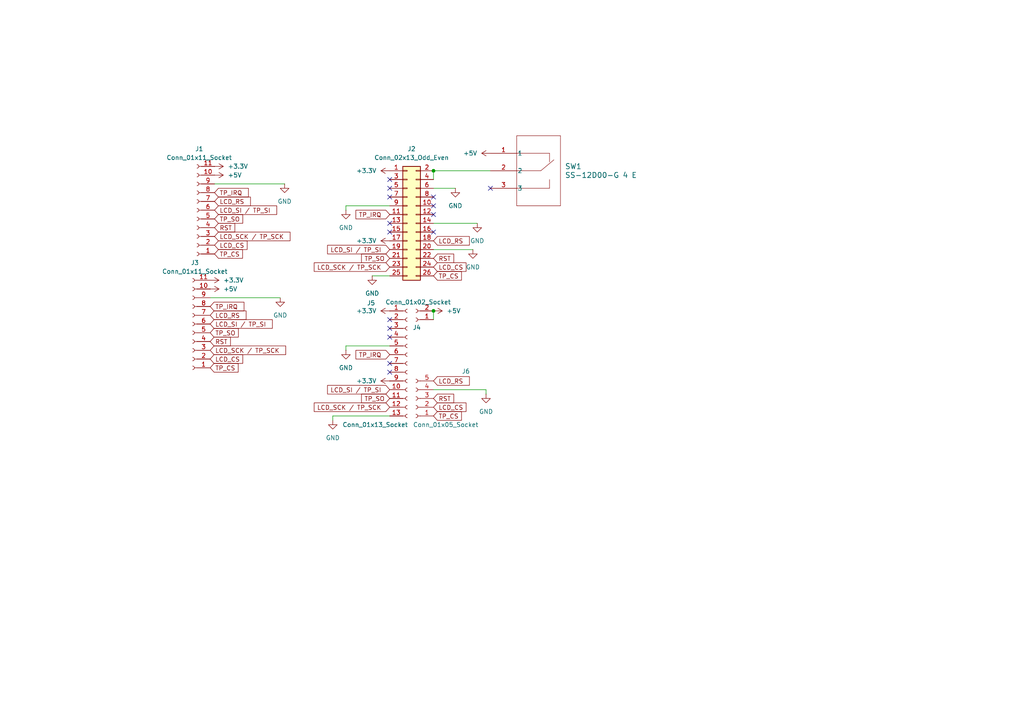
<source format=kicad_sch>
(kicad_sch
	(version 20231120)
	(generator "eeschema")
	(generator_version "8.0")
	(uuid "6276ce9d-9278-45c8-a632-29171e98a403")
	(paper "A4")
	(lib_symbols
		(symbol "2024-12-03_20-58-29:SS-12D00-G_4_E"
			(pin_names
				(offset 0.254)
			)
			(exclude_from_sim no)
			(in_bom yes)
			(on_board yes)
			(property "Reference" "SW"
				(at 15.24 12.7 0)
				(effects
					(font
						(size 1.524 1.524)
					)
				)
			)
			(property "Value" "SS-12D00-G 4 E"
				(at 40.64 7.62 0)
				(effects
					(font
						(size 1.524 1.524)
					)
				)
			)
			(property "Footprint" "1P2T_SS-12D00_CNK"
				(at 0 0 0)
				(effects
					(font
						(size 1.27 1.27)
						(italic yes)
					)
					(hide yes)
				)
			)
			(property "Datasheet" "SS-12D00-G 4 E"
				(at 0 0 0)
				(effects
					(font
						(size 1.27 1.27)
						(italic yes)
					)
					(hide yes)
				)
			)
			(property "Description" ""
				(at 0 0 0)
				(effects
					(font
						(size 1.27 1.27)
					)
					(hide yes)
				)
			)
			(property "ki_locked" ""
				(at 0 0 0)
				(effects
					(font
						(size 1.27 1.27)
					)
				)
			)
			(property "ki_keywords" "SS-12D00-G 4 E"
				(at 0 0 0)
				(effects
					(font
						(size 1.27 1.27)
					)
					(hide yes)
				)
			)
			(property "ki_fp_filters" "1P2T_SS-12D00_CNK"
				(at 0 0 0)
				(effects
					(font
						(size 1.27 1.27)
					)
					(hide yes)
				)
			)
			(symbol "SS-12D00-G_4_E_0_1"
				(polyline
					(pts
						(xy 7.62 -15.24) (xy 20.32 -15.24)
					)
					(stroke
						(width 0.127)
						(type default)
					)
					(fill
						(type none)
					)
				)
				(polyline
					(pts
						(xy 7.62 -10.16) (xy 17.145 -10.16)
					)
					(stroke
						(width 0.127)
						(type default)
					)
					(fill
						(type none)
					)
				)
				(polyline
					(pts
						(xy 7.62 -5.08) (xy 14.605 -5.08)
					)
					(stroke
						(width 0.127)
						(type default)
					)
					(fill
						(type none)
					)
				)
				(polyline
					(pts
						(xy 7.62 0) (xy 17.145 0)
					)
					(stroke
						(width 0.127)
						(type default)
					)
					(fill
						(type none)
					)
				)
				(polyline
					(pts
						(xy 7.62 5.08) (xy 7.62 -15.24)
					)
					(stroke
						(width 0.127)
						(type default)
					)
					(fill
						(type none)
					)
				)
				(polyline
					(pts
						(xy 14.605 -5.08) (xy 18.415 -1.905)
					)
					(stroke
						(width 0.127)
						(type default)
					)
					(fill
						(type none)
					)
				)
				(polyline
					(pts
						(xy 17.145 -7.62) (xy 17.145 -10.16)
					)
					(stroke
						(width 0.127)
						(type default)
					)
					(fill
						(type none)
					)
				)
				(polyline
					(pts
						(xy 17.145 -2.54) (xy 17.145 0)
					)
					(stroke
						(width 0.127)
						(type default)
					)
					(fill
						(type none)
					)
				)
				(polyline
					(pts
						(xy 20.32 -15.24) (xy 20.32 5.08)
					)
					(stroke
						(width 0.127)
						(type default)
					)
					(fill
						(type none)
					)
				)
				(polyline
					(pts
						(xy 20.32 5.08) (xy 7.62 5.08)
					)
					(stroke
						(width 0.127)
						(type default)
					)
					(fill
						(type none)
					)
				)
				(pin unspecified line
					(at 0 0 0)
					(length 7.62)
					(name "1"
						(effects
							(font
								(size 1.27 1.27)
							)
						)
					)
					(number "1"
						(effects
							(font
								(size 1.27 1.27)
							)
						)
					)
				)
				(pin unspecified line
					(at 0 -5.08 0)
					(length 7.62)
					(name "2"
						(effects
							(font
								(size 1.27 1.27)
							)
						)
					)
					(number "2"
						(effects
							(font
								(size 1.27 1.27)
							)
						)
					)
				)
				(pin unspecified line
					(at 0 -10.16 0)
					(length 7.62)
					(name "3"
						(effects
							(font
								(size 1.27 1.27)
							)
						)
					)
					(number "3"
						(effects
							(font
								(size 1.27 1.27)
							)
						)
					)
				)
			)
		)
		(symbol "Connector:Conn_01x02_Socket"
			(pin_names
				(offset 1.016) hide)
			(exclude_from_sim no)
			(in_bom yes)
			(on_board yes)
			(property "Reference" "J"
				(at 0 2.54 0)
				(effects
					(font
						(size 1.27 1.27)
					)
				)
			)
			(property "Value" "Conn_01x02_Socket"
				(at 0 -5.08 0)
				(effects
					(font
						(size 1.27 1.27)
					)
				)
			)
			(property "Footprint" ""
				(at 0 0 0)
				(effects
					(font
						(size 1.27 1.27)
					)
					(hide yes)
				)
			)
			(property "Datasheet" "~"
				(at 0 0 0)
				(effects
					(font
						(size 1.27 1.27)
					)
					(hide yes)
				)
			)
			(property "Description" "Generic connector, single row, 01x02, script generated"
				(at 0 0 0)
				(effects
					(font
						(size 1.27 1.27)
					)
					(hide yes)
				)
			)
			(property "ki_locked" ""
				(at 0 0 0)
				(effects
					(font
						(size 1.27 1.27)
					)
				)
			)
			(property "ki_keywords" "connector"
				(at 0 0 0)
				(effects
					(font
						(size 1.27 1.27)
					)
					(hide yes)
				)
			)
			(property "ki_fp_filters" "Connector*:*_1x??_*"
				(at 0 0 0)
				(effects
					(font
						(size 1.27 1.27)
					)
					(hide yes)
				)
			)
			(symbol "Conn_01x02_Socket_1_1"
				(arc
					(start 0 -2.032)
					(mid -0.5058 -2.54)
					(end 0 -3.048)
					(stroke
						(width 0.1524)
						(type default)
					)
					(fill
						(type none)
					)
				)
				(polyline
					(pts
						(xy -1.27 -2.54) (xy -0.508 -2.54)
					)
					(stroke
						(width 0.1524)
						(type default)
					)
					(fill
						(type none)
					)
				)
				(polyline
					(pts
						(xy -1.27 0) (xy -0.508 0)
					)
					(stroke
						(width 0.1524)
						(type default)
					)
					(fill
						(type none)
					)
				)
				(arc
					(start 0 0.508)
					(mid -0.5058 0)
					(end 0 -0.508)
					(stroke
						(width 0.1524)
						(type default)
					)
					(fill
						(type none)
					)
				)
				(pin passive line
					(at -5.08 0 0)
					(length 3.81)
					(name "Pin_1"
						(effects
							(font
								(size 1.27 1.27)
							)
						)
					)
					(number "1"
						(effects
							(font
								(size 1.27 1.27)
							)
						)
					)
				)
				(pin passive line
					(at -5.08 -2.54 0)
					(length 3.81)
					(name "Pin_2"
						(effects
							(font
								(size 1.27 1.27)
							)
						)
					)
					(number "2"
						(effects
							(font
								(size 1.27 1.27)
							)
						)
					)
				)
			)
		)
		(symbol "Connector:Conn_01x05_Socket"
			(pin_names
				(offset 1.016) hide)
			(exclude_from_sim no)
			(in_bom yes)
			(on_board yes)
			(property "Reference" "J"
				(at 0 7.62 0)
				(effects
					(font
						(size 1.27 1.27)
					)
				)
			)
			(property "Value" "Conn_01x05_Socket"
				(at 0 -7.62 0)
				(effects
					(font
						(size 1.27 1.27)
					)
				)
			)
			(property "Footprint" ""
				(at 0 0 0)
				(effects
					(font
						(size 1.27 1.27)
					)
					(hide yes)
				)
			)
			(property "Datasheet" "~"
				(at 0 0 0)
				(effects
					(font
						(size 1.27 1.27)
					)
					(hide yes)
				)
			)
			(property "Description" "Generic connector, single row, 01x05, script generated"
				(at 0 0 0)
				(effects
					(font
						(size 1.27 1.27)
					)
					(hide yes)
				)
			)
			(property "ki_locked" ""
				(at 0 0 0)
				(effects
					(font
						(size 1.27 1.27)
					)
				)
			)
			(property "ki_keywords" "connector"
				(at 0 0 0)
				(effects
					(font
						(size 1.27 1.27)
					)
					(hide yes)
				)
			)
			(property "ki_fp_filters" "Connector*:*_1x??_*"
				(at 0 0 0)
				(effects
					(font
						(size 1.27 1.27)
					)
					(hide yes)
				)
			)
			(symbol "Conn_01x05_Socket_1_1"
				(arc
					(start 0 -4.572)
					(mid -0.5058 -5.08)
					(end 0 -5.588)
					(stroke
						(width 0.1524)
						(type default)
					)
					(fill
						(type none)
					)
				)
				(arc
					(start 0 -2.032)
					(mid -0.5058 -2.54)
					(end 0 -3.048)
					(stroke
						(width 0.1524)
						(type default)
					)
					(fill
						(type none)
					)
				)
				(polyline
					(pts
						(xy -1.27 -5.08) (xy -0.508 -5.08)
					)
					(stroke
						(width 0.1524)
						(type default)
					)
					(fill
						(type none)
					)
				)
				(polyline
					(pts
						(xy -1.27 -2.54) (xy -0.508 -2.54)
					)
					(stroke
						(width 0.1524)
						(type default)
					)
					(fill
						(type none)
					)
				)
				(polyline
					(pts
						(xy -1.27 0) (xy -0.508 0)
					)
					(stroke
						(width 0.1524)
						(type default)
					)
					(fill
						(type none)
					)
				)
				(polyline
					(pts
						(xy -1.27 2.54) (xy -0.508 2.54)
					)
					(stroke
						(width 0.1524)
						(type default)
					)
					(fill
						(type none)
					)
				)
				(polyline
					(pts
						(xy -1.27 5.08) (xy -0.508 5.08)
					)
					(stroke
						(width 0.1524)
						(type default)
					)
					(fill
						(type none)
					)
				)
				(arc
					(start 0 0.508)
					(mid -0.5058 0)
					(end 0 -0.508)
					(stroke
						(width 0.1524)
						(type default)
					)
					(fill
						(type none)
					)
				)
				(arc
					(start 0 3.048)
					(mid -0.5058 2.54)
					(end 0 2.032)
					(stroke
						(width 0.1524)
						(type default)
					)
					(fill
						(type none)
					)
				)
				(arc
					(start 0 5.588)
					(mid -0.5058 5.08)
					(end 0 4.572)
					(stroke
						(width 0.1524)
						(type default)
					)
					(fill
						(type none)
					)
				)
				(pin passive line
					(at -5.08 5.08 0)
					(length 3.81)
					(name "Pin_1"
						(effects
							(font
								(size 1.27 1.27)
							)
						)
					)
					(number "1"
						(effects
							(font
								(size 1.27 1.27)
							)
						)
					)
				)
				(pin passive line
					(at -5.08 2.54 0)
					(length 3.81)
					(name "Pin_2"
						(effects
							(font
								(size 1.27 1.27)
							)
						)
					)
					(number "2"
						(effects
							(font
								(size 1.27 1.27)
							)
						)
					)
				)
				(pin passive line
					(at -5.08 0 0)
					(length 3.81)
					(name "Pin_3"
						(effects
							(font
								(size 1.27 1.27)
							)
						)
					)
					(number "3"
						(effects
							(font
								(size 1.27 1.27)
							)
						)
					)
				)
				(pin passive line
					(at -5.08 -2.54 0)
					(length 3.81)
					(name "Pin_4"
						(effects
							(font
								(size 1.27 1.27)
							)
						)
					)
					(number "4"
						(effects
							(font
								(size 1.27 1.27)
							)
						)
					)
				)
				(pin passive line
					(at -5.08 -5.08 0)
					(length 3.81)
					(name "Pin_5"
						(effects
							(font
								(size 1.27 1.27)
							)
						)
					)
					(number "5"
						(effects
							(font
								(size 1.27 1.27)
							)
						)
					)
				)
			)
		)
		(symbol "Connector:Conn_01x11_Socket"
			(pin_names
				(offset 1.016) hide)
			(exclude_from_sim no)
			(in_bom yes)
			(on_board yes)
			(property "Reference" "J"
				(at 0 15.24 0)
				(effects
					(font
						(size 1.27 1.27)
					)
				)
			)
			(property "Value" "Conn_01x11_Socket"
				(at 0 -15.24 0)
				(effects
					(font
						(size 1.27 1.27)
					)
				)
			)
			(property "Footprint" ""
				(at 0 0 0)
				(effects
					(font
						(size 1.27 1.27)
					)
					(hide yes)
				)
			)
			(property "Datasheet" "~"
				(at 0 0 0)
				(effects
					(font
						(size 1.27 1.27)
					)
					(hide yes)
				)
			)
			(property "Description" "Generic connector, single row, 01x11, script generated"
				(at 0 0 0)
				(effects
					(font
						(size 1.27 1.27)
					)
					(hide yes)
				)
			)
			(property "ki_locked" ""
				(at 0 0 0)
				(effects
					(font
						(size 1.27 1.27)
					)
				)
			)
			(property "ki_keywords" "connector"
				(at 0 0 0)
				(effects
					(font
						(size 1.27 1.27)
					)
					(hide yes)
				)
			)
			(property "ki_fp_filters" "Connector*:*_1x??_*"
				(at 0 0 0)
				(effects
					(font
						(size 1.27 1.27)
					)
					(hide yes)
				)
			)
			(symbol "Conn_01x11_Socket_1_1"
				(arc
					(start 0 -12.192)
					(mid -0.5058 -12.7)
					(end 0 -13.208)
					(stroke
						(width 0.1524)
						(type default)
					)
					(fill
						(type none)
					)
				)
				(arc
					(start 0 -9.652)
					(mid -0.5058 -10.16)
					(end 0 -10.668)
					(stroke
						(width 0.1524)
						(type default)
					)
					(fill
						(type none)
					)
				)
				(arc
					(start 0 -7.112)
					(mid -0.5058 -7.62)
					(end 0 -8.128)
					(stroke
						(width 0.1524)
						(type default)
					)
					(fill
						(type none)
					)
				)
				(arc
					(start 0 -4.572)
					(mid -0.5058 -5.08)
					(end 0 -5.588)
					(stroke
						(width 0.1524)
						(type default)
					)
					(fill
						(type none)
					)
				)
				(arc
					(start 0 -2.032)
					(mid -0.5058 -2.54)
					(end 0 -3.048)
					(stroke
						(width 0.1524)
						(type default)
					)
					(fill
						(type none)
					)
				)
				(polyline
					(pts
						(xy -1.27 -12.7) (xy -0.508 -12.7)
					)
					(stroke
						(width 0.1524)
						(type default)
					)
					(fill
						(type none)
					)
				)
				(polyline
					(pts
						(xy -1.27 -10.16) (xy -0.508 -10.16)
					)
					(stroke
						(width 0.1524)
						(type default)
					)
					(fill
						(type none)
					)
				)
				(polyline
					(pts
						(xy -1.27 -7.62) (xy -0.508 -7.62)
					)
					(stroke
						(width 0.1524)
						(type default)
					)
					(fill
						(type none)
					)
				)
				(polyline
					(pts
						(xy -1.27 -5.08) (xy -0.508 -5.08)
					)
					(stroke
						(width 0.1524)
						(type default)
					)
					(fill
						(type none)
					)
				)
				(polyline
					(pts
						(xy -1.27 -2.54) (xy -0.508 -2.54)
					)
					(stroke
						(width 0.1524)
						(type default)
					)
					(fill
						(type none)
					)
				)
				(polyline
					(pts
						(xy -1.27 0) (xy -0.508 0)
					)
					(stroke
						(width 0.1524)
						(type default)
					)
					(fill
						(type none)
					)
				)
				(polyline
					(pts
						(xy -1.27 2.54) (xy -0.508 2.54)
					)
					(stroke
						(width 0.1524)
						(type default)
					)
					(fill
						(type none)
					)
				)
				(polyline
					(pts
						(xy -1.27 5.08) (xy -0.508 5.08)
					)
					(stroke
						(width 0.1524)
						(type default)
					)
					(fill
						(type none)
					)
				)
				(polyline
					(pts
						(xy -1.27 7.62) (xy -0.508 7.62)
					)
					(stroke
						(width 0.1524)
						(type default)
					)
					(fill
						(type none)
					)
				)
				(polyline
					(pts
						(xy -1.27 10.16) (xy -0.508 10.16)
					)
					(stroke
						(width 0.1524)
						(type default)
					)
					(fill
						(type none)
					)
				)
				(polyline
					(pts
						(xy -1.27 12.7) (xy -0.508 12.7)
					)
					(stroke
						(width 0.1524)
						(type default)
					)
					(fill
						(type none)
					)
				)
				(arc
					(start 0 0.508)
					(mid -0.5058 0)
					(end 0 -0.508)
					(stroke
						(width 0.1524)
						(type default)
					)
					(fill
						(type none)
					)
				)
				(arc
					(start 0 3.048)
					(mid -0.5058 2.54)
					(end 0 2.032)
					(stroke
						(width 0.1524)
						(type default)
					)
					(fill
						(type none)
					)
				)
				(arc
					(start 0 5.588)
					(mid -0.5058 5.08)
					(end 0 4.572)
					(stroke
						(width 0.1524)
						(type default)
					)
					(fill
						(type none)
					)
				)
				(arc
					(start 0 8.128)
					(mid -0.5058 7.62)
					(end 0 7.112)
					(stroke
						(width 0.1524)
						(type default)
					)
					(fill
						(type none)
					)
				)
				(arc
					(start 0 10.668)
					(mid -0.5058 10.16)
					(end 0 9.652)
					(stroke
						(width 0.1524)
						(type default)
					)
					(fill
						(type none)
					)
				)
				(arc
					(start 0 13.208)
					(mid -0.5058 12.7)
					(end 0 12.192)
					(stroke
						(width 0.1524)
						(type default)
					)
					(fill
						(type none)
					)
				)
				(pin passive line
					(at -5.08 12.7 0)
					(length 3.81)
					(name "Pin_1"
						(effects
							(font
								(size 1.27 1.27)
							)
						)
					)
					(number "1"
						(effects
							(font
								(size 1.27 1.27)
							)
						)
					)
				)
				(pin passive line
					(at -5.08 -10.16 0)
					(length 3.81)
					(name "Pin_10"
						(effects
							(font
								(size 1.27 1.27)
							)
						)
					)
					(number "10"
						(effects
							(font
								(size 1.27 1.27)
							)
						)
					)
				)
				(pin passive line
					(at -5.08 -12.7 0)
					(length 3.81)
					(name "Pin_11"
						(effects
							(font
								(size 1.27 1.27)
							)
						)
					)
					(number "11"
						(effects
							(font
								(size 1.27 1.27)
							)
						)
					)
				)
				(pin passive line
					(at -5.08 10.16 0)
					(length 3.81)
					(name "Pin_2"
						(effects
							(font
								(size 1.27 1.27)
							)
						)
					)
					(number "2"
						(effects
							(font
								(size 1.27 1.27)
							)
						)
					)
				)
				(pin passive line
					(at -5.08 7.62 0)
					(length 3.81)
					(name "Pin_3"
						(effects
							(font
								(size 1.27 1.27)
							)
						)
					)
					(number "3"
						(effects
							(font
								(size 1.27 1.27)
							)
						)
					)
				)
				(pin passive line
					(at -5.08 5.08 0)
					(length 3.81)
					(name "Pin_4"
						(effects
							(font
								(size 1.27 1.27)
							)
						)
					)
					(number "4"
						(effects
							(font
								(size 1.27 1.27)
							)
						)
					)
				)
				(pin passive line
					(at -5.08 2.54 0)
					(length 3.81)
					(name "Pin_5"
						(effects
							(font
								(size 1.27 1.27)
							)
						)
					)
					(number "5"
						(effects
							(font
								(size 1.27 1.27)
							)
						)
					)
				)
				(pin passive line
					(at -5.08 0 0)
					(length 3.81)
					(name "Pin_6"
						(effects
							(font
								(size 1.27 1.27)
							)
						)
					)
					(number "6"
						(effects
							(font
								(size 1.27 1.27)
							)
						)
					)
				)
				(pin passive line
					(at -5.08 -2.54 0)
					(length 3.81)
					(name "Pin_7"
						(effects
							(font
								(size 1.27 1.27)
							)
						)
					)
					(number "7"
						(effects
							(font
								(size 1.27 1.27)
							)
						)
					)
				)
				(pin passive line
					(at -5.08 -5.08 0)
					(length 3.81)
					(name "Pin_8"
						(effects
							(font
								(size 1.27 1.27)
							)
						)
					)
					(number "8"
						(effects
							(font
								(size 1.27 1.27)
							)
						)
					)
				)
				(pin passive line
					(at -5.08 -7.62 0)
					(length 3.81)
					(name "Pin_9"
						(effects
							(font
								(size 1.27 1.27)
							)
						)
					)
					(number "9"
						(effects
							(font
								(size 1.27 1.27)
							)
						)
					)
				)
			)
		)
		(symbol "Connector:Conn_01x13_Socket"
			(pin_names
				(offset 1.016) hide)
			(exclude_from_sim no)
			(in_bom yes)
			(on_board yes)
			(property "Reference" "J"
				(at 0 17.78 0)
				(effects
					(font
						(size 1.27 1.27)
					)
				)
			)
			(property "Value" "Conn_01x13_Socket"
				(at 0 -17.78 0)
				(effects
					(font
						(size 1.27 1.27)
					)
				)
			)
			(property "Footprint" ""
				(at 0 0 0)
				(effects
					(font
						(size 1.27 1.27)
					)
					(hide yes)
				)
			)
			(property "Datasheet" "~"
				(at 0 0 0)
				(effects
					(font
						(size 1.27 1.27)
					)
					(hide yes)
				)
			)
			(property "Description" "Generic connector, single row, 01x13, script generated"
				(at 0 0 0)
				(effects
					(font
						(size 1.27 1.27)
					)
					(hide yes)
				)
			)
			(property "ki_locked" ""
				(at 0 0 0)
				(effects
					(font
						(size 1.27 1.27)
					)
				)
			)
			(property "ki_keywords" "connector"
				(at 0 0 0)
				(effects
					(font
						(size 1.27 1.27)
					)
					(hide yes)
				)
			)
			(property "ki_fp_filters" "Connector*:*_1x??_*"
				(at 0 0 0)
				(effects
					(font
						(size 1.27 1.27)
					)
					(hide yes)
				)
			)
			(symbol "Conn_01x13_Socket_1_1"
				(arc
					(start 0 -14.732)
					(mid -0.5058 -15.24)
					(end 0 -15.748)
					(stroke
						(width 0.1524)
						(type default)
					)
					(fill
						(type none)
					)
				)
				(arc
					(start 0 -12.192)
					(mid -0.5058 -12.7)
					(end 0 -13.208)
					(stroke
						(width 0.1524)
						(type default)
					)
					(fill
						(type none)
					)
				)
				(arc
					(start 0 -9.652)
					(mid -0.5058 -10.16)
					(end 0 -10.668)
					(stroke
						(width 0.1524)
						(type default)
					)
					(fill
						(type none)
					)
				)
				(arc
					(start 0 -7.112)
					(mid -0.5058 -7.62)
					(end 0 -8.128)
					(stroke
						(width 0.1524)
						(type default)
					)
					(fill
						(type none)
					)
				)
				(arc
					(start 0 -4.572)
					(mid -0.5058 -5.08)
					(end 0 -5.588)
					(stroke
						(width 0.1524)
						(type default)
					)
					(fill
						(type none)
					)
				)
				(arc
					(start 0 -2.032)
					(mid -0.5058 -2.54)
					(end 0 -3.048)
					(stroke
						(width 0.1524)
						(type default)
					)
					(fill
						(type none)
					)
				)
				(polyline
					(pts
						(xy -1.27 -15.24) (xy -0.508 -15.24)
					)
					(stroke
						(width 0.1524)
						(type default)
					)
					(fill
						(type none)
					)
				)
				(polyline
					(pts
						(xy -1.27 -12.7) (xy -0.508 -12.7)
					)
					(stroke
						(width 0.1524)
						(type default)
					)
					(fill
						(type none)
					)
				)
				(polyline
					(pts
						(xy -1.27 -10.16) (xy -0.508 -10.16)
					)
					(stroke
						(width 0.1524)
						(type default)
					)
					(fill
						(type none)
					)
				)
				(polyline
					(pts
						(xy -1.27 -7.62) (xy -0.508 -7.62)
					)
					(stroke
						(width 0.1524)
						(type default)
					)
					(fill
						(type none)
					)
				)
				(polyline
					(pts
						(xy -1.27 -5.08) (xy -0.508 -5.08)
					)
					(stroke
						(width 0.1524)
						(type default)
					)
					(fill
						(type none)
					)
				)
				(polyline
					(pts
						(xy -1.27 -2.54) (xy -0.508 -2.54)
					)
					(stroke
						(width 0.1524)
						(type default)
					)
					(fill
						(type none)
					)
				)
				(polyline
					(pts
						(xy -1.27 0) (xy -0.508 0)
					)
					(stroke
						(width 0.1524)
						(type default)
					)
					(fill
						(type none)
					)
				)
				(polyline
					(pts
						(xy -1.27 2.54) (xy -0.508 2.54)
					)
					(stroke
						(width 0.1524)
						(type default)
					)
					(fill
						(type none)
					)
				)
				(polyline
					(pts
						(xy -1.27 5.08) (xy -0.508 5.08)
					)
					(stroke
						(width 0.1524)
						(type default)
					)
					(fill
						(type none)
					)
				)
				(polyline
					(pts
						(xy -1.27 7.62) (xy -0.508 7.62)
					)
					(stroke
						(width 0.1524)
						(type default)
					)
					(fill
						(type none)
					)
				)
				(polyline
					(pts
						(xy -1.27 10.16) (xy -0.508 10.16)
					)
					(stroke
						(width 0.1524)
						(type default)
					)
					(fill
						(type none)
					)
				)
				(polyline
					(pts
						(xy -1.27 12.7) (xy -0.508 12.7)
					)
					(stroke
						(width 0.1524)
						(type default)
					)
					(fill
						(type none)
					)
				)
				(polyline
					(pts
						(xy -1.27 15.24) (xy -0.508 15.24)
					)
					(stroke
						(width 0.1524)
						(type default)
					)
					(fill
						(type none)
					)
				)
				(arc
					(start 0 0.508)
					(mid -0.5058 0)
					(end 0 -0.508)
					(stroke
						(width 0.1524)
						(type default)
					)
					(fill
						(type none)
					)
				)
				(arc
					(start 0 3.048)
					(mid -0.5058 2.54)
					(end 0 2.032)
					(stroke
						(width 0.1524)
						(type default)
					)
					(fill
						(type none)
					)
				)
				(arc
					(start 0 5.588)
					(mid -0.5058 5.08)
					(end 0 4.572)
					(stroke
						(width 0.1524)
						(type default)
					)
					(fill
						(type none)
					)
				)
				(arc
					(start 0 8.128)
					(mid -0.5058 7.62)
					(end 0 7.112)
					(stroke
						(width 0.1524)
						(type default)
					)
					(fill
						(type none)
					)
				)
				(arc
					(start 0 10.668)
					(mid -0.5058 10.16)
					(end 0 9.652)
					(stroke
						(width 0.1524)
						(type default)
					)
					(fill
						(type none)
					)
				)
				(arc
					(start 0 13.208)
					(mid -0.5058 12.7)
					(end 0 12.192)
					(stroke
						(width 0.1524)
						(type default)
					)
					(fill
						(type none)
					)
				)
				(arc
					(start 0 15.748)
					(mid -0.5058 15.24)
					(end 0 14.732)
					(stroke
						(width 0.1524)
						(type default)
					)
					(fill
						(type none)
					)
				)
				(pin passive line
					(at -5.08 15.24 0)
					(length 3.81)
					(name "Pin_1"
						(effects
							(font
								(size 1.27 1.27)
							)
						)
					)
					(number "1"
						(effects
							(font
								(size 1.27 1.27)
							)
						)
					)
				)
				(pin passive line
					(at -5.08 -7.62 0)
					(length 3.81)
					(name "Pin_10"
						(effects
							(font
								(size 1.27 1.27)
							)
						)
					)
					(number "10"
						(effects
							(font
								(size 1.27 1.27)
							)
						)
					)
				)
				(pin passive line
					(at -5.08 -10.16 0)
					(length 3.81)
					(name "Pin_11"
						(effects
							(font
								(size 1.27 1.27)
							)
						)
					)
					(number "11"
						(effects
							(font
								(size 1.27 1.27)
							)
						)
					)
				)
				(pin passive line
					(at -5.08 -12.7 0)
					(length 3.81)
					(name "Pin_12"
						(effects
							(font
								(size 1.27 1.27)
							)
						)
					)
					(number "12"
						(effects
							(font
								(size 1.27 1.27)
							)
						)
					)
				)
				(pin passive line
					(at -5.08 -15.24 0)
					(length 3.81)
					(name "Pin_13"
						(effects
							(font
								(size 1.27 1.27)
							)
						)
					)
					(number "13"
						(effects
							(font
								(size 1.27 1.27)
							)
						)
					)
				)
				(pin passive line
					(at -5.08 12.7 0)
					(length 3.81)
					(name "Pin_2"
						(effects
							(font
								(size 1.27 1.27)
							)
						)
					)
					(number "2"
						(effects
							(font
								(size 1.27 1.27)
							)
						)
					)
				)
				(pin passive line
					(at -5.08 10.16 0)
					(length 3.81)
					(name "Pin_3"
						(effects
							(font
								(size 1.27 1.27)
							)
						)
					)
					(number "3"
						(effects
							(font
								(size 1.27 1.27)
							)
						)
					)
				)
				(pin passive line
					(at -5.08 7.62 0)
					(length 3.81)
					(name "Pin_4"
						(effects
							(font
								(size 1.27 1.27)
							)
						)
					)
					(number "4"
						(effects
							(font
								(size 1.27 1.27)
							)
						)
					)
				)
				(pin passive line
					(at -5.08 5.08 0)
					(length 3.81)
					(name "Pin_5"
						(effects
							(font
								(size 1.27 1.27)
							)
						)
					)
					(number "5"
						(effects
							(font
								(size 1.27 1.27)
							)
						)
					)
				)
				(pin passive line
					(at -5.08 2.54 0)
					(length 3.81)
					(name "Pin_6"
						(effects
							(font
								(size 1.27 1.27)
							)
						)
					)
					(number "6"
						(effects
							(font
								(size 1.27 1.27)
							)
						)
					)
				)
				(pin passive line
					(at -5.08 0 0)
					(length 3.81)
					(name "Pin_7"
						(effects
							(font
								(size 1.27 1.27)
							)
						)
					)
					(number "7"
						(effects
							(font
								(size 1.27 1.27)
							)
						)
					)
				)
				(pin passive line
					(at -5.08 -2.54 0)
					(length 3.81)
					(name "Pin_8"
						(effects
							(font
								(size 1.27 1.27)
							)
						)
					)
					(number "8"
						(effects
							(font
								(size 1.27 1.27)
							)
						)
					)
				)
				(pin passive line
					(at -5.08 -5.08 0)
					(length 3.81)
					(name "Pin_9"
						(effects
							(font
								(size 1.27 1.27)
							)
						)
					)
					(number "9"
						(effects
							(font
								(size 1.27 1.27)
							)
						)
					)
				)
			)
		)
		(symbol "Connector_Generic:Conn_02x13_Odd_Even"
			(pin_names
				(offset 1.016) hide)
			(exclude_from_sim no)
			(in_bom yes)
			(on_board yes)
			(property "Reference" "J"
				(at 1.27 17.78 0)
				(effects
					(font
						(size 1.27 1.27)
					)
				)
			)
			(property "Value" "Conn_02x13_Odd_Even"
				(at 1.27 -17.78 0)
				(effects
					(font
						(size 1.27 1.27)
					)
				)
			)
			(property "Footprint" ""
				(at 0 0 0)
				(effects
					(font
						(size 1.27 1.27)
					)
					(hide yes)
				)
			)
			(property "Datasheet" "~"
				(at 0 0 0)
				(effects
					(font
						(size 1.27 1.27)
					)
					(hide yes)
				)
			)
			(property "Description" "Generic connector, double row, 02x13, odd/even pin numbering scheme (row 1 odd numbers, row 2 even numbers), script generated (kicad-library-utils/schlib/autogen/connector/)"
				(at 0 0 0)
				(effects
					(font
						(size 1.27 1.27)
					)
					(hide yes)
				)
			)
			(property "ki_keywords" "connector"
				(at 0 0 0)
				(effects
					(font
						(size 1.27 1.27)
					)
					(hide yes)
				)
			)
			(property "ki_fp_filters" "Connector*:*_2x??_*"
				(at 0 0 0)
				(effects
					(font
						(size 1.27 1.27)
					)
					(hide yes)
				)
			)
			(symbol "Conn_02x13_Odd_Even_1_1"
				(rectangle
					(start -1.27 -15.113)
					(end 0 -15.367)
					(stroke
						(width 0.1524)
						(type default)
					)
					(fill
						(type none)
					)
				)
				(rectangle
					(start -1.27 -12.573)
					(end 0 -12.827)
					(stroke
						(width 0.1524)
						(type default)
					)
					(fill
						(type none)
					)
				)
				(rectangle
					(start -1.27 -10.033)
					(end 0 -10.287)
					(stroke
						(width 0.1524)
						(type default)
					)
					(fill
						(type none)
					)
				)
				(rectangle
					(start -1.27 -7.493)
					(end 0 -7.747)
					(stroke
						(width 0.1524)
						(type default)
					)
					(fill
						(type none)
					)
				)
				(rectangle
					(start -1.27 -4.953)
					(end 0 -5.207)
					(stroke
						(width 0.1524)
						(type default)
					)
					(fill
						(type none)
					)
				)
				(rectangle
					(start -1.27 -2.413)
					(end 0 -2.667)
					(stroke
						(width 0.1524)
						(type default)
					)
					(fill
						(type none)
					)
				)
				(rectangle
					(start -1.27 0.127)
					(end 0 -0.127)
					(stroke
						(width 0.1524)
						(type default)
					)
					(fill
						(type none)
					)
				)
				(rectangle
					(start -1.27 2.667)
					(end 0 2.413)
					(stroke
						(width 0.1524)
						(type default)
					)
					(fill
						(type none)
					)
				)
				(rectangle
					(start -1.27 5.207)
					(end 0 4.953)
					(stroke
						(width 0.1524)
						(type default)
					)
					(fill
						(type none)
					)
				)
				(rectangle
					(start -1.27 7.747)
					(end 0 7.493)
					(stroke
						(width 0.1524)
						(type default)
					)
					(fill
						(type none)
					)
				)
				(rectangle
					(start -1.27 10.287)
					(end 0 10.033)
					(stroke
						(width 0.1524)
						(type default)
					)
					(fill
						(type none)
					)
				)
				(rectangle
					(start -1.27 12.827)
					(end 0 12.573)
					(stroke
						(width 0.1524)
						(type default)
					)
					(fill
						(type none)
					)
				)
				(rectangle
					(start -1.27 15.367)
					(end 0 15.113)
					(stroke
						(width 0.1524)
						(type default)
					)
					(fill
						(type none)
					)
				)
				(rectangle
					(start -1.27 16.51)
					(end 3.81 -16.51)
					(stroke
						(width 0.254)
						(type default)
					)
					(fill
						(type background)
					)
				)
				(rectangle
					(start 3.81 -15.113)
					(end 2.54 -15.367)
					(stroke
						(width 0.1524)
						(type default)
					)
					(fill
						(type none)
					)
				)
				(rectangle
					(start 3.81 -12.573)
					(end 2.54 -12.827)
					(stroke
						(width 0.1524)
						(type default)
					)
					(fill
						(type none)
					)
				)
				(rectangle
					(start 3.81 -10.033)
					(end 2.54 -10.287)
					(stroke
						(width 0.1524)
						(type default)
					)
					(fill
						(type none)
					)
				)
				(rectangle
					(start 3.81 -7.493)
					(end 2.54 -7.747)
					(stroke
						(width 0.1524)
						(type default)
					)
					(fill
						(type none)
					)
				)
				(rectangle
					(start 3.81 -4.953)
					(end 2.54 -5.207)
					(stroke
						(width 0.1524)
						(type default)
					)
					(fill
						(type none)
					)
				)
				(rectangle
					(start 3.81 -2.413)
					(end 2.54 -2.667)
					(stroke
						(width 0.1524)
						(type default)
					)
					(fill
						(type none)
					)
				)
				(rectangle
					(start 3.81 0.127)
					(end 2.54 -0.127)
					(stroke
						(width 0.1524)
						(type default)
					)
					(fill
						(type none)
					)
				)
				(rectangle
					(start 3.81 2.667)
					(end 2.54 2.413)
					(stroke
						(width 0.1524)
						(type default)
					)
					(fill
						(type none)
					)
				)
				(rectangle
					(start 3.81 5.207)
					(end 2.54 4.953)
					(stroke
						(width 0.1524)
						(type default)
					)
					(fill
						(type none)
					)
				)
				(rectangle
					(start 3.81 7.747)
					(end 2.54 7.493)
					(stroke
						(width 0.1524)
						(type default)
					)
					(fill
						(type none)
					)
				)
				(rectangle
					(start 3.81 10.287)
					(end 2.54 10.033)
					(stroke
						(width 0.1524)
						(type default)
					)
					(fill
						(type none)
					)
				)
				(rectangle
					(start 3.81 12.827)
					(end 2.54 12.573)
					(stroke
						(width 0.1524)
						(type default)
					)
					(fill
						(type none)
					)
				)
				(rectangle
					(start 3.81 15.367)
					(end 2.54 15.113)
					(stroke
						(width 0.1524)
						(type default)
					)
					(fill
						(type none)
					)
				)
				(pin passive line
					(at -5.08 15.24 0)
					(length 3.81)
					(name "Pin_1"
						(effects
							(font
								(size 1.27 1.27)
							)
						)
					)
					(number "1"
						(effects
							(font
								(size 1.27 1.27)
							)
						)
					)
				)
				(pin passive line
					(at 7.62 5.08 180)
					(length 3.81)
					(name "Pin_10"
						(effects
							(font
								(size 1.27 1.27)
							)
						)
					)
					(number "10"
						(effects
							(font
								(size 1.27 1.27)
							)
						)
					)
				)
				(pin passive line
					(at -5.08 2.54 0)
					(length 3.81)
					(name "Pin_11"
						(effects
							(font
								(size 1.27 1.27)
							)
						)
					)
					(number "11"
						(effects
							(font
								(size 1.27 1.27)
							)
						)
					)
				)
				(pin passive line
					(at 7.62 2.54 180)
					(length 3.81)
					(name "Pin_12"
						(effects
							(font
								(size 1.27 1.27)
							)
						)
					)
					(number "12"
						(effects
							(font
								(size 1.27 1.27)
							)
						)
					)
				)
				(pin passive line
					(at -5.08 0 0)
					(length 3.81)
					(name "Pin_13"
						(effects
							(font
								(size 1.27 1.27)
							)
						)
					)
					(number "13"
						(effects
							(font
								(size 1.27 1.27)
							)
						)
					)
				)
				(pin passive line
					(at 7.62 0 180)
					(length 3.81)
					(name "Pin_14"
						(effects
							(font
								(size 1.27 1.27)
							)
						)
					)
					(number "14"
						(effects
							(font
								(size 1.27 1.27)
							)
						)
					)
				)
				(pin passive line
					(at -5.08 -2.54 0)
					(length 3.81)
					(name "Pin_15"
						(effects
							(font
								(size 1.27 1.27)
							)
						)
					)
					(number "15"
						(effects
							(font
								(size 1.27 1.27)
							)
						)
					)
				)
				(pin passive line
					(at 7.62 -2.54 180)
					(length 3.81)
					(name "Pin_16"
						(effects
							(font
								(size 1.27 1.27)
							)
						)
					)
					(number "16"
						(effects
							(font
								(size 1.27 1.27)
							)
						)
					)
				)
				(pin passive line
					(at -5.08 -5.08 0)
					(length 3.81)
					(name "Pin_17"
						(effects
							(font
								(size 1.27 1.27)
							)
						)
					)
					(number "17"
						(effects
							(font
								(size 1.27 1.27)
							)
						)
					)
				)
				(pin passive line
					(at 7.62 -5.08 180)
					(length 3.81)
					(name "Pin_18"
						(effects
							(font
								(size 1.27 1.27)
							)
						)
					)
					(number "18"
						(effects
							(font
								(size 1.27 1.27)
							)
						)
					)
				)
				(pin passive line
					(at -5.08 -7.62 0)
					(length 3.81)
					(name "Pin_19"
						(effects
							(font
								(size 1.27 1.27)
							)
						)
					)
					(number "19"
						(effects
							(font
								(size 1.27 1.27)
							)
						)
					)
				)
				(pin passive line
					(at 7.62 15.24 180)
					(length 3.81)
					(name "Pin_2"
						(effects
							(font
								(size 1.27 1.27)
							)
						)
					)
					(number "2"
						(effects
							(font
								(size 1.27 1.27)
							)
						)
					)
				)
				(pin passive line
					(at 7.62 -7.62 180)
					(length 3.81)
					(name "Pin_20"
						(effects
							(font
								(size 1.27 1.27)
							)
						)
					)
					(number "20"
						(effects
							(font
								(size 1.27 1.27)
							)
						)
					)
				)
				(pin passive line
					(at -5.08 -10.16 0)
					(length 3.81)
					(name "Pin_21"
						(effects
							(font
								(size 1.27 1.27)
							)
						)
					)
					(number "21"
						(effects
							(font
								(size 1.27 1.27)
							)
						)
					)
				)
				(pin passive line
					(at 7.62 -10.16 180)
					(length 3.81)
					(name "Pin_22"
						(effects
							(font
								(size 1.27 1.27)
							)
						)
					)
					(number "22"
						(effects
							(font
								(size 1.27 1.27)
							)
						)
					)
				)
				(pin passive line
					(at -5.08 -12.7 0)
					(length 3.81)
					(name "Pin_23"
						(effects
							(font
								(size 1.27 1.27)
							)
						)
					)
					(number "23"
						(effects
							(font
								(size 1.27 1.27)
							)
						)
					)
				)
				(pin passive line
					(at 7.62 -12.7 180)
					(length 3.81)
					(name "Pin_24"
						(effects
							(font
								(size 1.27 1.27)
							)
						)
					)
					(number "24"
						(effects
							(font
								(size 1.27 1.27)
							)
						)
					)
				)
				(pin passive line
					(at -5.08 -15.24 0)
					(length 3.81)
					(name "Pin_25"
						(effects
							(font
								(size 1.27 1.27)
							)
						)
					)
					(number "25"
						(effects
							(font
								(size 1.27 1.27)
							)
						)
					)
				)
				(pin passive line
					(at 7.62 -15.24 180)
					(length 3.81)
					(name "Pin_26"
						(effects
							(font
								(size 1.27 1.27)
							)
						)
					)
					(number "26"
						(effects
							(font
								(size 1.27 1.27)
							)
						)
					)
				)
				(pin passive line
					(at -5.08 12.7 0)
					(length 3.81)
					(name "Pin_3"
						(effects
							(font
								(size 1.27 1.27)
							)
						)
					)
					(number "3"
						(effects
							(font
								(size 1.27 1.27)
							)
						)
					)
				)
				(pin passive line
					(at 7.62 12.7 180)
					(length 3.81)
					(name "Pin_4"
						(effects
							(font
								(size 1.27 1.27)
							)
						)
					)
					(number "4"
						(effects
							(font
								(size 1.27 1.27)
							)
						)
					)
				)
				(pin passive line
					(at -5.08 10.16 0)
					(length 3.81)
					(name "Pin_5"
						(effects
							(font
								(size 1.27 1.27)
							)
						)
					)
					(number "5"
						(effects
							(font
								(size 1.27 1.27)
							)
						)
					)
				)
				(pin passive line
					(at 7.62 10.16 180)
					(length 3.81)
					(name "Pin_6"
						(effects
							(font
								(size 1.27 1.27)
							)
						)
					)
					(number "6"
						(effects
							(font
								(size 1.27 1.27)
							)
						)
					)
				)
				(pin passive line
					(at -5.08 7.62 0)
					(length 3.81)
					(name "Pin_7"
						(effects
							(font
								(size 1.27 1.27)
							)
						)
					)
					(number "7"
						(effects
							(font
								(size 1.27 1.27)
							)
						)
					)
				)
				(pin passive line
					(at 7.62 7.62 180)
					(length 3.81)
					(name "Pin_8"
						(effects
							(font
								(size 1.27 1.27)
							)
						)
					)
					(number "8"
						(effects
							(font
								(size 1.27 1.27)
							)
						)
					)
				)
				(pin passive line
					(at -5.08 5.08 0)
					(length 3.81)
					(name "Pin_9"
						(effects
							(font
								(size 1.27 1.27)
							)
						)
					)
					(number "9"
						(effects
							(font
								(size 1.27 1.27)
							)
						)
					)
				)
			)
		)
		(symbol "power:+3.3V"
			(power)
			(pin_numbers hide)
			(pin_names
				(offset 0) hide)
			(exclude_from_sim no)
			(in_bom yes)
			(on_board yes)
			(property "Reference" "#PWR"
				(at 0 -3.81 0)
				(effects
					(font
						(size 1.27 1.27)
					)
					(hide yes)
				)
			)
			(property "Value" "+3.3V"
				(at 0 3.556 0)
				(effects
					(font
						(size 1.27 1.27)
					)
				)
			)
			(property "Footprint" ""
				(at 0 0 0)
				(effects
					(font
						(size 1.27 1.27)
					)
					(hide yes)
				)
			)
			(property "Datasheet" ""
				(at 0 0 0)
				(effects
					(font
						(size 1.27 1.27)
					)
					(hide yes)
				)
			)
			(property "Description" "Power symbol creates a global label with name \"+3.3V\""
				(at 0 0 0)
				(effects
					(font
						(size 1.27 1.27)
					)
					(hide yes)
				)
			)
			(property "ki_keywords" "global power"
				(at 0 0 0)
				(effects
					(font
						(size 1.27 1.27)
					)
					(hide yes)
				)
			)
			(symbol "+3.3V_0_1"
				(polyline
					(pts
						(xy -0.762 1.27) (xy 0 2.54)
					)
					(stroke
						(width 0)
						(type default)
					)
					(fill
						(type none)
					)
				)
				(polyline
					(pts
						(xy 0 0) (xy 0 2.54)
					)
					(stroke
						(width 0)
						(type default)
					)
					(fill
						(type none)
					)
				)
				(polyline
					(pts
						(xy 0 2.54) (xy 0.762 1.27)
					)
					(stroke
						(width 0)
						(type default)
					)
					(fill
						(type none)
					)
				)
			)
			(symbol "+3.3V_1_1"
				(pin power_in line
					(at 0 0 90)
					(length 0)
					(name "~"
						(effects
							(font
								(size 1.27 1.27)
							)
						)
					)
					(number "1"
						(effects
							(font
								(size 1.27 1.27)
							)
						)
					)
				)
			)
		)
		(symbol "power:+5V"
			(power)
			(pin_numbers hide)
			(pin_names
				(offset 0) hide)
			(exclude_from_sim no)
			(in_bom yes)
			(on_board yes)
			(property "Reference" "#PWR"
				(at 0 -3.81 0)
				(effects
					(font
						(size 1.27 1.27)
					)
					(hide yes)
				)
			)
			(property "Value" "+5V"
				(at 0 3.556 0)
				(effects
					(font
						(size 1.27 1.27)
					)
				)
			)
			(property "Footprint" ""
				(at 0 0 0)
				(effects
					(font
						(size 1.27 1.27)
					)
					(hide yes)
				)
			)
			(property "Datasheet" ""
				(at 0 0 0)
				(effects
					(font
						(size 1.27 1.27)
					)
					(hide yes)
				)
			)
			(property "Description" "Power symbol creates a global label with name \"+5V\""
				(at 0 0 0)
				(effects
					(font
						(size 1.27 1.27)
					)
					(hide yes)
				)
			)
			(property "ki_keywords" "global power"
				(at 0 0 0)
				(effects
					(font
						(size 1.27 1.27)
					)
					(hide yes)
				)
			)
			(symbol "+5V_0_1"
				(polyline
					(pts
						(xy -0.762 1.27) (xy 0 2.54)
					)
					(stroke
						(width 0)
						(type default)
					)
					(fill
						(type none)
					)
				)
				(polyline
					(pts
						(xy 0 0) (xy 0 2.54)
					)
					(stroke
						(width 0)
						(type default)
					)
					(fill
						(type none)
					)
				)
				(polyline
					(pts
						(xy 0 2.54) (xy 0.762 1.27)
					)
					(stroke
						(width 0)
						(type default)
					)
					(fill
						(type none)
					)
				)
			)
			(symbol "+5V_1_1"
				(pin power_in line
					(at 0 0 90)
					(length 0)
					(name "~"
						(effects
							(font
								(size 1.27 1.27)
							)
						)
					)
					(number "1"
						(effects
							(font
								(size 1.27 1.27)
							)
						)
					)
				)
			)
		)
		(symbol "power:GND"
			(power)
			(pin_numbers hide)
			(pin_names
				(offset 0) hide)
			(exclude_from_sim no)
			(in_bom yes)
			(on_board yes)
			(property "Reference" "#PWR"
				(at 0 -6.35 0)
				(effects
					(font
						(size 1.27 1.27)
					)
					(hide yes)
				)
			)
			(property "Value" "GND"
				(at 0 -3.81 0)
				(effects
					(font
						(size 1.27 1.27)
					)
				)
			)
			(property "Footprint" ""
				(at 0 0 0)
				(effects
					(font
						(size 1.27 1.27)
					)
					(hide yes)
				)
			)
			(property "Datasheet" ""
				(at 0 0 0)
				(effects
					(font
						(size 1.27 1.27)
					)
					(hide yes)
				)
			)
			(property "Description" "Power symbol creates a global label with name \"GND\" , ground"
				(at 0 0 0)
				(effects
					(font
						(size 1.27 1.27)
					)
					(hide yes)
				)
			)
			(property "ki_keywords" "global power"
				(at 0 0 0)
				(effects
					(font
						(size 1.27 1.27)
					)
					(hide yes)
				)
			)
			(symbol "GND_0_1"
				(polyline
					(pts
						(xy 0 0) (xy 0 -1.27) (xy 1.27 -1.27) (xy 0 -2.54) (xy -1.27 -1.27) (xy 0 -1.27)
					)
					(stroke
						(width 0)
						(type default)
					)
					(fill
						(type none)
					)
				)
			)
			(symbol "GND_1_1"
				(pin power_in line
					(at 0 0 270)
					(length 0)
					(name "~"
						(effects
							(font
								(size 1.27 1.27)
							)
						)
					)
					(number "1"
						(effects
							(font
								(size 1.27 1.27)
							)
						)
					)
				)
			)
		)
	)
	(junction
		(at 125.73 49.53)
		(diameter 0)
		(color 0 0 0 0)
		(uuid "3065aa56-637c-432d-b95e-6344d97137e2")
	)
	(junction
		(at 125.73 90.17)
		(diameter 0)
		(color 0 0 0 0)
		(uuid "5174c98e-2ca9-486e-9886-f6f6266d6257")
	)
	(no_connect
		(at 142.24 54.61)
		(uuid "2d32251a-0fdd-498c-8296-36f53c6da42c")
	)
	(no_connect
		(at 113.03 52.07)
		(uuid "43456ca9-f6e7-4ac8-b416-1bc624d785e3")
	)
	(no_connect
		(at 125.73 62.23)
		(uuid "449693a1-13db-4123-b80a-d20efcb9b0d2")
	)
	(no_connect
		(at 113.03 105.41)
		(uuid "498b491c-7d5a-4759-b88b-b35f214e9729")
	)
	(no_connect
		(at 125.73 67.31)
		(uuid "4de215b3-e83b-43d6-ba70-d1858d623c37")
	)
	(no_connect
		(at 113.03 92.71)
		(uuid "6802049a-1ba1-4bfe-af8c-cc8fd81c5c7d")
	)
	(no_connect
		(at 125.73 57.15)
		(uuid "7aeb2352-22ab-4dbc-9248-563952e6312c")
	)
	(no_connect
		(at 113.03 64.77)
		(uuid "97f4ee31-f4db-484d-9af4-21496467c921")
	)
	(no_connect
		(at 113.03 95.25)
		(uuid "9a2e64e4-3da8-436c-8c9a-af0ed9caba0a")
	)
	(no_connect
		(at 113.03 67.31)
		(uuid "9cc713fb-b1c3-48dd-b3f5-294921de9fbb")
	)
	(no_connect
		(at 113.03 54.61)
		(uuid "a13d3f22-8125-4fac-abc4-15d6ab62884a")
	)
	(no_connect
		(at 125.73 59.69)
		(uuid "a7a7e16d-cf93-42dc-994d-8e08f7411951")
	)
	(no_connect
		(at 113.03 97.79)
		(uuid "b4f3e47b-71e5-4482-ae84-d796a108ee54")
	)
	(no_connect
		(at 113.03 107.95)
		(uuid "c48d5ecf-a8e5-4581-b2ab-6a1c2721177a")
	)
	(no_connect
		(at 113.03 57.15)
		(uuid "f7387409-4997-4984-8bd8-6a791bf12e22")
	)
	(wire
		(pts
			(xy 96.52 120.65) (xy 96.52 121.92)
		)
		(stroke
			(width 0)
			(type default)
		)
		(uuid "05cec515-394a-486b-bc1d-959736a96c9c")
	)
	(wire
		(pts
			(xy 107.95 80.01) (xy 113.03 80.01)
		)
		(stroke
			(width 0)
			(type default)
		)
		(uuid "23aa2260-ad01-4016-98be-2ff582cfb8de")
	)
	(wire
		(pts
			(xy 125.73 49.53) (xy 125.73 52.07)
		)
		(stroke
			(width 0)
			(type default)
		)
		(uuid "43ab9e70-f32a-4b36-b654-44da7f6dc0ab")
	)
	(wire
		(pts
			(xy 125.73 113.03) (xy 140.97 113.03)
		)
		(stroke
			(width 0)
			(type default)
		)
		(uuid "5cf76b2e-b574-4ae5-8678-e55cbc0106b9")
	)
	(wire
		(pts
			(xy 81.28 86.36) (xy 60.96 86.36)
		)
		(stroke
			(width 0)
			(type default)
		)
		(uuid "7a31cd3b-9464-49b5-ba99-cd7012b65e7d")
	)
	(wire
		(pts
			(xy 125.73 72.39) (xy 137.16 72.39)
		)
		(stroke
			(width 0)
			(type default)
		)
		(uuid "7a9171d6-e23a-4ec4-840b-e2dceac55415")
	)
	(wire
		(pts
			(xy 100.33 100.33) (xy 100.33 101.6)
		)
		(stroke
			(width 0)
			(type default)
		)
		(uuid "7e08f61d-b6bb-4083-9e5d-5645149176f0")
	)
	(wire
		(pts
			(xy 125.73 54.61) (xy 132.08 54.61)
		)
		(stroke
			(width 0)
			(type default)
		)
		(uuid "7ec19ccc-773e-477c-8217-7915f0c70305")
	)
	(wire
		(pts
			(xy 125.73 64.77) (xy 138.43 64.77)
		)
		(stroke
			(width 0)
			(type default)
		)
		(uuid "8a917473-935b-4932-8467-108a68a6b919")
	)
	(wire
		(pts
			(xy 125.73 49.53) (xy 142.24 49.53)
		)
		(stroke
			(width 0)
			(type default)
		)
		(uuid "8fdd8f8c-b776-43fe-b378-1071d0c908e6")
	)
	(wire
		(pts
			(xy 100.33 60.96) (xy 100.33 59.69)
		)
		(stroke
			(width 0)
			(type default)
		)
		(uuid "96a79e0c-a684-4fae-bfd0-763c44c7f53b")
	)
	(wire
		(pts
			(xy 125.73 90.17) (xy 125.73 92.71)
		)
		(stroke
			(width 0)
			(type default)
		)
		(uuid "98bf731e-b416-47db-8fe8-811e53e0c0d1")
	)
	(wire
		(pts
			(xy 100.33 59.69) (xy 113.03 59.69)
		)
		(stroke
			(width 0)
			(type default)
		)
		(uuid "9b344573-b35c-4da2-ac98-859a472dc88e")
	)
	(wire
		(pts
			(xy 113.03 100.33) (xy 100.33 100.33)
		)
		(stroke
			(width 0)
			(type default)
		)
		(uuid "b32f29ec-e2af-4850-8248-e3aca96821bb")
	)
	(wire
		(pts
			(xy 82.55 53.34) (xy 62.23 53.34)
		)
		(stroke
			(width 0)
			(type default)
		)
		(uuid "cfcd2145-16c8-4226-aea2-71556e1a61ae")
	)
	(wire
		(pts
			(xy 113.03 120.65) (xy 96.52 120.65)
		)
		(stroke
			(width 0)
			(type default)
		)
		(uuid "e4b7b428-a3f1-45cc-88b8-72777a615702")
	)
	(wire
		(pts
			(xy 140.97 113.03) (xy 140.97 114.3)
		)
		(stroke
			(width 0)
			(type default)
		)
		(uuid "f68d335f-eb5b-402b-b5e4-f2796c8b2f28")
	)
	(global_label "LCD_CS"
		(shape input)
		(at 125.73 118.11 0)
		(fields_autoplaced yes)
		(effects
			(font
				(size 1.27 1.27)
			)
			(justify left)
		)
		(uuid "00cfb86c-81ba-4ae5-a774-f1ebab1833cd")
		(property "Intersheetrefs" "${INTERSHEET_REFS}"
			(at 135.7304 118.11 0)
			(effects
				(font
					(size 1.27 1.27)
				)
				(justify left)
				(hide yes)
			)
		)
	)
	(global_label "RST"
		(shape input)
		(at 125.73 115.57 0)
		(fields_autoplaced yes)
		(effects
			(font
				(size 1.27 1.27)
			)
			(justify left)
		)
		(uuid "018a459d-23e0-46d2-a743-7368b3a0a32a")
		(property "Intersheetrefs" "${INTERSHEET_REFS}"
			(at 132.1623 115.57 0)
			(effects
				(font
					(size 1.27 1.27)
				)
				(justify left)
				(hide yes)
			)
		)
	)
	(global_label "TP_IRQ "
		(shape input)
		(at 60.96 88.9 0)
		(fields_autoplaced yes)
		(effects
			(font
				(size 1.27 1.27)
			)
			(justify left)
		)
		(uuid "02faf468-1392-4c5f-83b6-c8ffa04a98ad")
		(property "Intersheetrefs" "${INTERSHEET_REFS}"
			(at 71.3233 88.9 0)
			(effects
				(font
					(size 1.27 1.27)
				)
				(justify left)
				(hide yes)
			)
		)
	)
	(global_label "LCD_SI {slash} TP_SI "
		(shape input)
		(at 113.03 113.03 180)
		(fields_autoplaced yes)
		(effects
			(font
				(size 1.27 1.27)
			)
			(justify right)
		)
		(uuid "0cfbbbbe-1403-4102-841f-a9682563c10e")
		(property "Intersheetrefs" "${INTERSHEET_REFS}"
			(at 94.442 113.03 0)
			(effects
				(font
					(size 1.27 1.27)
				)
				(justify right)
				(hide yes)
			)
		)
	)
	(global_label "TP_IRQ "
		(shape input)
		(at 113.03 102.87 180)
		(fields_autoplaced yes)
		(effects
			(font
				(size 1.27 1.27)
			)
			(justify right)
		)
		(uuid "28f48f7c-5d80-421e-bb03-14a9f0420b65")
		(property "Intersheetrefs" "${INTERSHEET_REFS}"
			(at 102.6667 102.87 0)
			(effects
				(font
					(size 1.27 1.27)
				)
				(justify right)
				(hide yes)
			)
		)
	)
	(global_label "LCD_RS "
		(shape input)
		(at 125.73 110.49 0)
		(fields_autoplaced yes)
		(effects
			(font
				(size 1.27 1.27)
			)
			(justify left)
		)
		(uuid "2dfa66b2-af92-4704-8b05-6ff42eccffcd")
		(property "Intersheetrefs" "${INTERSHEET_REFS}"
			(at 136.698 110.49 0)
			(effects
				(font
					(size 1.27 1.27)
				)
				(justify left)
				(hide yes)
			)
		)
	)
	(global_label "TP_IRQ "
		(shape input)
		(at 113.03 62.23 180)
		(fields_autoplaced yes)
		(effects
			(font
				(size 1.27 1.27)
			)
			(justify right)
		)
		(uuid "3e2cf848-c3a4-4adb-bd9a-ccb876ae5955")
		(property "Intersheetrefs" "${INTERSHEET_REFS}"
			(at 102.6667 62.23 0)
			(effects
				(font
					(size 1.27 1.27)
				)
				(justify right)
				(hide yes)
			)
		)
	)
	(global_label "TP_SO"
		(shape input)
		(at 60.96 96.52 0)
		(fields_autoplaced yes)
		(effects
			(font
				(size 1.27 1.27)
			)
			(justify left)
		)
		(uuid "47dabce5-8828-4a24-bed8-940dc25b654d")
		(property "Intersheetrefs" "${INTERSHEET_REFS}"
			(at 69.6904 96.52 0)
			(effects
				(font
					(size 1.27 1.27)
				)
				(justify left)
				(hide yes)
			)
		)
	)
	(global_label "LCD_SCK {slash} TP_SCK "
		(shape input)
		(at 62.23 68.58 0)
		(fields_autoplaced yes)
		(effects
			(font
				(size 1.27 1.27)
			)
			(justify left)
		)
		(uuid "5709cdbb-ee53-4f86-9e34-1e3cf0dcbc18")
		(property "Intersheetrefs" "${INTERSHEET_REFS}"
			(at 84.6884 68.58 0)
			(effects
				(font
					(size 1.27 1.27)
				)
				(justify left)
				(hide yes)
			)
		)
	)
	(global_label "TP_CS"
		(shape input)
		(at 60.96 106.68 0)
		(fields_autoplaced yes)
		(effects
			(font
				(size 1.27 1.27)
			)
			(justify left)
		)
		(uuid "5fda6cde-f83b-4a26-9ff7-efc01f9ce61b")
		(property "Intersheetrefs" "${INTERSHEET_REFS}"
			(at 69.6299 106.68 0)
			(effects
				(font
					(size 1.27 1.27)
				)
				(justify left)
				(hide yes)
			)
		)
	)
	(global_label "LCD_CS"
		(shape input)
		(at 62.23 71.12 0)
		(fields_autoplaced yes)
		(effects
			(font
				(size 1.27 1.27)
			)
			(justify left)
		)
		(uuid "620cc355-8b24-4c5f-8c41-bfc3a087f18f")
		(property "Intersheetrefs" "${INTERSHEET_REFS}"
			(at 72.2304 71.12 0)
			(effects
				(font
					(size 1.27 1.27)
				)
				(justify left)
				(hide yes)
			)
		)
	)
	(global_label "TP_SO"
		(shape input)
		(at 113.03 115.57 180)
		(fields_autoplaced yes)
		(effects
			(font
				(size 1.27 1.27)
			)
			(justify right)
		)
		(uuid "69506912-49f1-4e11-ab30-09ffc5cb8ad0")
		(property "Intersheetrefs" "${INTERSHEET_REFS}"
			(at 104.2996 115.57 0)
			(effects
				(font
					(size 1.27 1.27)
				)
				(justify right)
				(hide yes)
			)
		)
	)
	(global_label "LCD_SCK {slash} TP_SCK "
		(shape input)
		(at 113.03 77.47 180)
		(fields_autoplaced yes)
		(effects
			(font
				(size 1.27 1.27)
			)
			(justify right)
		)
		(uuid "6faba17e-a44a-4113-9692-45ad89084f77")
		(property "Intersheetrefs" "${INTERSHEET_REFS}"
			(at 90.5716 77.47 0)
			(effects
				(font
					(size 1.27 1.27)
				)
				(justify right)
				(hide yes)
			)
		)
	)
	(global_label "RST"
		(shape input)
		(at 62.23 66.04 0)
		(fields_autoplaced yes)
		(effects
			(font
				(size 1.27 1.27)
			)
			(justify left)
		)
		(uuid "758e1694-07cf-4a86-9eb1-a562dac0bc04")
		(property "Intersheetrefs" "${INTERSHEET_REFS}"
			(at 68.6623 66.04 0)
			(effects
				(font
					(size 1.27 1.27)
				)
				(justify left)
				(hide yes)
			)
		)
	)
	(global_label "RST"
		(shape input)
		(at 125.73 74.93 0)
		(fields_autoplaced yes)
		(effects
			(font
				(size 1.27 1.27)
			)
			(justify left)
		)
		(uuid "7ca5227c-69ec-4f7f-a6ce-5517a8280c00")
		(property "Intersheetrefs" "${INTERSHEET_REFS}"
			(at 132.1623 74.93 0)
			(effects
				(font
					(size 1.27 1.27)
				)
				(justify left)
				(hide yes)
			)
		)
	)
	(global_label "LCD_SI {slash} TP_SI "
		(shape input)
		(at 62.23 60.96 0)
		(fields_autoplaced yes)
		(effects
			(font
				(size 1.27 1.27)
			)
			(justify left)
		)
		(uuid "8c53f532-16f7-47db-9915-893dc6d7c111")
		(property "Intersheetrefs" "${INTERSHEET_REFS}"
			(at 80.818 60.96 0)
			(effects
				(font
					(size 1.27 1.27)
				)
				(justify left)
				(hide yes)
			)
		)
	)
	(global_label "LCD_CS"
		(shape input)
		(at 60.96 104.14 0)
		(fields_autoplaced yes)
		(effects
			(font
				(size 1.27 1.27)
			)
			(justify left)
		)
		(uuid "8c9aae2a-7b36-46ac-b878-c610e3867bfe")
		(property "Intersheetrefs" "${INTERSHEET_REFS}"
			(at 70.9604 104.14 0)
			(effects
				(font
					(size 1.27 1.27)
				)
				(justify left)
				(hide yes)
			)
		)
	)
	(global_label "LCD_RS "
		(shape input)
		(at 125.73 69.85 0)
		(fields_autoplaced yes)
		(effects
			(font
				(size 1.27 1.27)
			)
			(justify left)
		)
		(uuid "950ef28d-f942-4357-9b1c-c4a030a6fa01")
		(property "Intersheetrefs" "${INTERSHEET_REFS}"
			(at 136.698 69.85 0)
			(effects
				(font
					(size 1.27 1.27)
				)
				(justify left)
				(hide yes)
			)
		)
	)
	(global_label "LCD_SI {slash} TP_SI "
		(shape input)
		(at 113.03 72.39 180)
		(fields_autoplaced yes)
		(effects
			(font
				(size 1.27 1.27)
			)
			(justify right)
		)
		(uuid "95cefb56-23b8-4623-90d6-517c47a82759")
		(property "Intersheetrefs" "${INTERSHEET_REFS}"
			(at 94.442 72.39 0)
			(effects
				(font
					(size 1.27 1.27)
				)
				(justify right)
				(hide yes)
			)
		)
	)
	(global_label "RST"
		(shape input)
		(at 60.96 99.06 0)
		(fields_autoplaced yes)
		(effects
			(font
				(size 1.27 1.27)
			)
			(justify left)
		)
		(uuid "9650e30c-164d-4a90-a9f5-a09cbe44c9cb")
		(property "Intersheetrefs" "${INTERSHEET_REFS}"
			(at 67.3923 99.06 0)
			(effects
				(font
					(size 1.27 1.27)
				)
				(justify left)
				(hide yes)
			)
		)
	)
	(global_label "LCD_RS "
		(shape input)
		(at 60.96 91.44 0)
		(fields_autoplaced yes)
		(effects
			(font
				(size 1.27 1.27)
			)
			(justify left)
		)
		(uuid "972c0dc3-a014-4568-87d0-b16d1dfff4a8")
		(property "Intersheetrefs" "${INTERSHEET_REFS}"
			(at 71.928 91.44 0)
			(effects
				(font
					(size 1.27 1.27)
				)
				(justify left)
				(hide yes)
			)
		)
	)
	(global_label "TP_CS"
		(shape input)
		(at 125.73 80.01 0)
		(fields_autoplaced yes)
		(effects
			(font
				(size 1.27 1.27)
			)
			(justify left)
		)
		(uuid "a1a8012c-3847-4261-9500-f4b305001b31")
		(property "Intersheetrefs" "${INTERSHEET_REFS}"
			(at 134.3999 80.01 0)
			(effects
				(font
					(size 1.27 1.27)
				)
				(justify left)
				(hide yes)
			)
		)
	)
	(global_label "LCD_RS "
		(shape input)
		(at 62.23 58.42 0)
		(fields_autoplaced yes)
		(effects
			(font
				(size 1.27 1.27)
			)
			(justify left)
		)
		(uuid "a900f4c1-172f-4d37-8472-0ec92eebd481")
		(property "Intersheetrefs" "${INTERSHEET_REFS}"
			(at 73.198 58.42 0)
			(effects
				(font
					(size 1.27 1.27)
				)
				(justify left)
				(hide yes)
			)
		)
	)
	(global_label "LCD_SCK {slash} TP_SCK "
		(shape input)
		(at 60.96 101.6 0)
		(fields_autoplaced yes)
		(effects
			(font
				(size 1.27 1.27)
			)
			(justify left)
		)
		(uuid "aadfadfa-0a6b-464b-9ad9-df3f5bae0e4a")
		(property "Intersheetrefs" "${INTERSHEET_REFS}"
			(at 83.4184 101.6 0)
			(effects
				(font
					(size 1.27 1.27)
				)
				(justify left)
				(hide yes)
			)
		)
	)
	(global_label "TP_CS"
		(shape input)
		(at 125.73 120.65 0)
		(fields_autoplaced yes)
		(effects
			(font
				(size 1.27 1.27)
			)
			(justify left)
		)
		(uuid "ba3191fa-f82b-4212-bf49-2e9a1a234912")
		(property "Intersheetrefs" "${INTERSHEET_REFS}"
			(at 134.3999 120.65 0)
			(effects
				(font
					(size 1.27 1.27)
				)
				(justify left)
				(hide yes)
			)
		)
	)
	(global_label "LCD_CS"
		(shape input)
		(at 125.73 77.47 0)
		(fields_autoplaced yes)
		(effects
			(font
				(size 1.27 1.27)
			)
			(justify left)
		)
		(uuid "bd6b795e-63e0-4ef2-8780-ee545984dfe7")
		(property "Intersheetrefs" "${INTERSHEET_REFS}"
			(at 135.7304 77.47 0)
			(effects
				(font
					(size 1.27 1.27)
				)
				(justify left)
				(hide yes)
			)
		)
	)
	(global_label "TP_SO"
		(shape input)
		(at 113.03 74.93 180)
		(fields_autoplaced yes)
		(effects
			(font
				(size 1.27 1.27)
			)
			(justify right)
		)
		(uuid "c2be79ba-e8e9-431f-9c33-c8324070aad0")
		(property "Intersheetrefs" "${INTERSHEET_REFS}"
			(at 104.2996 74.93 0)
			(effects
				(font
					(size 1.27 1.27)
				)
				(justify right)
				(hide yes)
			)
		)
	)
	(global_label "TP_SO"
		(shape input)
		(at 62.23 63.5 0)
		(fields_autoplaced yes)
		(effects
			(font
				(size 1.27 1.27)
			)
			(justify left)
		)
		(uuid "c7c6c1e2-1877-40b5-a544-e8eebc0fec8e")
		(property "Intersheetrefs" "${INTERSHEET_REFS}"
			(at 70.9604 63.5 0)
			(effects
				(font
					(size 1.27 1.27)
				)
				(justify left)
				(hide yes)
			)
		)
	)
	(global_label "LCD_SI {slash} TP_SI "
		(shape input)
		(at 60.96 93.98 0)
		(fields_autoplaced yes)
		(effects
			(font
				(size 1.27 1.27)
			)
			(justify left)
		)
		(uuid "d531324d-756f-474d-af6a-5741c6ab44a6")
		(property "Intersheetrefs" "${INTERSHEET_REFS}"
			(at 79.548 93.98 0)
			(effects
				(font
					(size 1.27 1.27)
				)
				(justify left)
				(hide yes)
			)
		)
	)
	(global_label "TP_CS"
		(shape input)
		(at 62.23 73.66 0)
		(fields_autoplaced yes)
		(effects
			(font
				(size 1.27 1.27)
			)
			(justify left)
		)
		(uuid "e98fd797-bde4-4982-b778-e00612304fbb")
		(property "Intersheetrefs" "${INTERSHEET_REFS}"
			(at 70.8999 73.66 0)
			(effects
				(font
					(size 1.27 1.27)
				)
				(justify left)
				(hide yes)
			)
		)
	)
	(global_label "LCD_SCK {slash} TP_SCK "
		(shape input)
		(at 113.03 118.11 180)
		(fields_autoplaced yes)
		(effects
			(font
				(size 1.27 1.27)
			)
			(justify right)
		)
		(uuid "ec61c613-be33-4f1f-ad2c-f2e72e9a9ade")
		(property "Intersheetrefs" "${INTERSHEET_REFS}"
			(at 90.5716 118.11 0)
			(effects
				(font
					(size 1.27 1.27)
				)
				(justify right)
				(hide yes)
			)
		)
	)
	(global_label "TP_IRQ "
		(shape input)
		(at 62.23 55.88 0)
		(fields_autoplaced yes)
		(effects
			(font
				(size 1.27 1.27)
			)
			(justify left)
		)
		(uuid "f2356846-fbe1-40a0-9119-123b17af8973")
		(property "Intersheetrefs" "${INTERSHEET_REFS}"
			(at 72.5933 55.88 0)
			(effects
				(font
					(size 1.27 1.27)
				)
				(justify left)
				(hide yes)
			)
		)
	)
	(symbol
		(lib_id "power:GND")
		(at 82.55 53.34 0)
		(mirror y)
		(unit 1)
		(exclude_from_sim no)
		(in_bom yes)
		(on_board yes)
		(dnp no)
		(uuid "09959982-ea64-4a72-ac14-ce808a0c1c15")
		(property "Reference" "#PWR014"
			(at 82.55 59.69 0)
			(effects
				(font
					(size 1.27 1.27)
				)
				(hide yes)
			)
		)
		(property "Value" "GND"
			(at 82.55 58.42 0)
			(effects
				(font
					(size 1.27 1.27)
				)
			)
		)
		(property "Footprint" ""
			(at 82.55 53.34 0)
			(effects
				(font
					(size 1.27 1.27)
				)
				(hide yes)
			)
		)
		(property "Datasheet" ""
			(at 82.55 53.34 0)
			(effects
				(font
					(size 1.27 1.27)
				)
				(hide yes)
			)
		)
		(property "Description" "Power symbol creates a global label with name \"GND\" , ground"
			(at 82.55 53.34 0)
			(effects
				(font
					(size 1.27 1.27)
				)
				(hide yes)
			)
		)
		(pin "1"
			(uuid "1513f271-93bd-4077-a1e4-852394847566")
		)
		(instances
			(project "klipper_screen_riser"
				(path "/6276ce9d-9278-45c8-a632-29171e98a403"
					(reference "#PWR014")
					(unit 1)
				)
			)
		)
	)
	(symbol
		(lib_id "power:GND")
		(at 137.16 72.39 0)
		(mirror y)
		(unit 1)
		(exclude_from_sim no)
		(in_bom yes)
		(on_board yes)
		(dnp no)
		(uuid "0bbb8dd1-c7e0-41f5-96a9-b01b7ef67a35")
		(property "Reference" "#PWR03"
			(at 137.16 78.74 0)
			(effects
				(font
					(size 1.27 1.27)
				)
				(hide yes)
			)
		)
		(property "Value" "GND"
			(at 137.16 77.47 0)
			(effects
				(font
					(size 1.27 1.27)
				)
			)
		)
		(property "Footprint" ""
			(at 137.16 72.39 0)
			(effects
				(font
					(size 1.27 1.27)
				)
				(hide yes)
			)
		)
		(property "Datasheet" ""
			(at 137.16 72.39 0)
			(effects
				(font
					(size 1.27 1.27)
				)
				(hide yes)
			)
		)
		(property "Description" "Power symbol creates a global label with name \"GND\" , ground"
			(at 137.16 72.39 0)
			(effects
				(font
					(size 1.27 1.27)
				)
				(hide yes)
			)
		)
		(pin "1"
			(uuid "d9462728-dbef-4361-83c4-3f88b4ce29a3")
		)
		(instances
			(project "klipper_screen_riser"
				(path "/6276ce9d-9278-45c8-a632-29171e98a403"
					(reference "#PWR03")
					(unit 1)
				)
			)
		)
	)
	(symbol
		(lib_id "power:+3.3V")
		(at 113.03 69.85 90)
		(unit 1)
		(exclude_from_sim no)
		(in_bom yes)
		(on_board yes)
		(dnp no)
		(fields_autoplaced yes)
		(uuid "1926b853-706f-4b76-a623-b334234b74b2")
		(property "Reference" "#PWR07"
			(at 116.84 69.85 0)
			(effects
				(font
					(size 1.27 1.27)
				)
				(hide yes)
			)
		)
		(property "Value" "+3.3V"
			(at 109.22 69.8499 90)
			(effects
				(font
					(size 1.27 1.27)
				)
				(justify left)
			)
		)
		(property "Footprint" ""
			(at 113.03 69.85 0)
			(effects
				(font
					(size 1.27 1.27)
				)
				(hide yes)
			)
		)
		(property "Datasheet" ""
			(at 113.03 69.85 0)
			(effects
				(font
					(size 1.27 1.27)
				)
				(hide yes)
			)
		)
		(property "Description" "Power symbol creates a global label with name \"+3.3V\""
			(at 113.03 69.85 0)
			(effects
				(font
					(size 1.27 1.27)
				)
				(hide yes)
			)
		)
		(pin "1"
			(uuid "9f8b074f-636b-460a-a5e8-69d1e89484fa")
		)
		(instances
			(project "klipper_screen_riser"
				(path "/6276ce9d-9278-45c8-a632-29171e98a403"
					(reference "#PWR07")
					(unit 1)
				)
			)
		)
	)
	(symbol
		(lib_id "Connector:Conn_01x13_Socket")
		(at 118.11 105.41 0)
		(unit 1)
		(exclude_from_sim no)
		(in_bom yes)
		(on_board yes)
		(dnp no)
		(uuid "1e0d9d34-5550-4ff4-bf12-e022a1ee79ad")
		(property "Reference" "J5"
			(at 106.426 87.884 0)
			(effects
				(font
					(size 1.27 1.27)
				)
				(justify left)
			)
		)
		(property "Value" "Conn_01x13_Socket"
			(at 99.314 123.19 0)
			(effects
				(font
					(size 1.27 1.27)
				)
				(justify left)
			)
		)
		(property "Footprint" "Connector_PinHeader_2.54mm:PinHeader_1x13_P2.54mm_Vertical"
			(at 118.11 105.41 0)
			(effects
				(font
					(size 1.27 1.27)
				)
				(hide yes)
			)
		)
		(property "Datasheet" "~"
			(at 118.11 105.41 0)
			(effects
				(font
					(size 1.27 1.27)
				)
				(hide yes)
			)
		)
		(property "Description" "Generic connector, single row, 01x13, script generated"
			(at 118.11 105.41 0)
			(effects
				(font
					(size 1.27 1.27)
				)
				(hide yes)
			)
		)
		(pin "1"
			(uuid "d305ec1d-2d02-488b-b306-7f0d99554ecf")
		)
		(pin "3"
			(uuid "c61955cb-5696-4ed2-bcfc-6e70a90bd102")
		)
		(pin "10"
			(uuid "81ce7324-f183-4425-83cb-3b0a09904e0d")
		)
		(pin "13"
			(uuid "70299cac-cba7-4b44-a15d-772e1c045a96")
		)
		(pin "5"
			(uuid "a8d2bba9-31c1-4409-8897-175ef8232135")
		)
		(pin "8"
			(uuid "573cf065-7a6e-482a-8481-97cbbee015a7")
		)
		(pin "12"
			(uuid "f610a905-a58a-461d-b1bf-a5a2f6e221b3")
		)
		(pin "4"
			(uuid "1ba0db9a-311b-457d-830b-ef9636aad7e7")
		)
		(pin "11"
			(uuid "f7a981a4-e5be-4750-940c-9fb079fd676a")
		)
		(pin "6"
			(uuid "9a4a3538-6a4d-42a2-abd5-f1e24ca8206b")
		)
		(pin "9"
			(uuid "89fa2bb5-7e79-4cd1-90f2-d2f2014720e6")
		)
		(pin "2"
			(uuid "57f5b8bb-1ffe-4776-a0aa-fce867d28650")
		)
		(pin "7"
			(uuid "6ad9af1b-02e6-41ee-815d-4a0545f8ab29")
		)
		(instances
			(project ""
				(path "/6276ce9d-9278-45c8-a632-29171e98a403"
					(reference "J5")
					(unit 1)
				)
			)
		)
	)
	(symbol
		(lib_id "power:+5V")
		(at 60.96 83.82 270)
		(unit 1)
		(exclude_from_sim no)
		(in_bom yes)
		(on_board yes)
		(dnp no)
		(fields_autoplaced yes)
		(uuid "2a9c203a-f8fa-48e6-b32d-2b9aca46140d")
		(property "Reference" "#PWR018"
			(at 57.15 83.82 0)
			(effects
				(font
					(size 1.27 1.27)
				)
				(hide yes)
			)
		)
		(property "Value" "+5V"
			(at 64.77 83.8199 90)
			(effects
				(font
					(size 1.27 1.27)
				)
				(justify left)
			)
		)
		(property "Footprint" ""
			(at 60.96 83.82 0)
			(effects
				(font
					(size 1.27 1.27)
				)
				(hide yes)
			)
		)
		(property "Datasheet" ""
			(at 60.96 83.82 0)
			(effects
				(font
					(size 1.27 1.27)
				)
				(hide yes)
			)
		)
		(property "Description" "Power symbol creates a global label with name \"+5V\""
			(at 60.96 83.82 0)
			(effects
				(font
					(size 1.27 1.27)
				)
				(hide yes)
			)
		)
		(pin "1"
			(uuid "ece17f40-efd9-40c6-b0c1-9bd6e6f058db")
		)
		(instances
			(project "klipper_screen_riser"
				(path "/6276ce9d-9278-45c8-a632-29171e98a403"
					(reference "#PWR018")
					(unit 1)
				)
			)
		)
	)
	(symbol
		(lib_id "power:+3.3V")
		(at 113.03 110.49 90)
		(unit 1)
		(exclude_from_sim no)
		(in_bom yes)
		(on_board yes)
		(dnp no)
		(fields_autoplaced yes)
		(uuid "3807ab93-9cb0-46c4-a7a8-6d4632988a86")
		(property "Reference" "#PWR09"
			(at 116.84 110.49 0)
			(effects
				(font
					(size 1.27 1.27)
				)
				(hide yes)
			)
		)
		(property "Value" "+3.3V"
			(at 109.22 110.4899 90)
			(effects
				(font
					(size 1.27 1.27)
				)
				(justify left)
			)
		)
		(property "Footprint" ""
			(at 113.03 110.49 0)
			(effects
				(font
					(size 1.27 1.27)
				)
				(hide yes)
			)
		)
		(property "Datasheet" ""
			(at 113.03 110.49 0)
			(effects
				(font
					(size 1.27 1.27)
				)
				(hide yes)
			)
		)
		(property "Description" "Power symbol creates a global label with name \"+3.3V\""
			(at 113.03 110.49 0)
			(effects
				(font
					(size 1.27 1.27)
				)
				(hide yes)
			)
		)
		(pin "1"
			(uuid "badcb417-5be5-4537-87e9-ccbf037b958b")
		)
		(instances
			(project "klipper_screen_riser"
				(path "/6276ce9d-9278-45c8-a632-29171e98a403"
					(reference "#PWR09")
					(unit 1)
				)
			)
		)
	)
	(symbol
		(lib_id "power:+5V")
		(at 125.73 90.17 270)
		(unit 1)
		(exclude_from_sim no)
		(in_bom yes)
		(on_board yes)
		(dnp no)
		(fields_autoplaced yes)
		(uuid "3e0596ad-0ddf-4f6d-be55-225b17eae9eb")
		(property "Reference" "#PWR020"
			(at 121.92 90.17 0)
			(effects
				(font
					(size 1.27 1.27)
				)
				(hide yes)
			)
		)
		(property "Value" "+5V"
			(at 129.54 90.1699 90)
			(effects
				(font
					(size 1.27 1.27)
				)
				(justify left)
			)
		)
		(property "Footprint" ""
			(at 125.73 90.17 0)
			(effects
				(font
					(size 1.27 1.27)
				)
				(hide yes)
			)
		)
		(property "Datasheet" ""
			(at 125.73 90.17 0)
			(effects
				(font
					(size 1.27 1.27)
				)
				(hide yes)
			)
		)
		(property "Description" "Power symbol creates a global label with name \"+5V\""
			(at 125.73 90.17 0)
			(effects
				(font
					(size 1.27 1.27)
				)
				(hide yes)
			)
		)
		(pin "1"
			(uuid "e172069c-141a-46ce-a35f-197a438a347b")
		)
		(instances
			(project "klipper_screen_riser"
				(path "/6276ce9d-9278-45c8-a632-29171e98a403"
					(reference "#PWR020")
					(unit 1)
				)
			)
		)
	)
	(symbol
		(lib_id "Connector:Conn_01x11_Socket")
		(at 55.88 93.98 180)
		(unit 1)
		(exclude_from_sim no)
		(in_bom yes)
		(on_board yes)
		(dnp no)
		(fields_autoplaced yes)
		(uuid "3e15ade0-e7b9-4494-848f-a676ed3f9ab0")
		(property "Reference" "J3"
			(at 56.515 76.2 0)
			(effects
				(font
					(size 1.27 1.27)
				)
			)
		)
		(property "Value" "Conn_01x11_Socket"
			(at 56.515 78.74 0)
			(effects
				(font
					(size 1.27 1.27)
				)
			)
		)
		(property "Footprint" "Connector_PinSocket_2.54mm:PinSocket_1x11_P2.54mm_Vertical"
			(at 55.88 93.98 0)
			(effects
				(font
					(size 1.27 1.27)
				)
				(hide yes)
			)
		)
		(property "Datasheet" "~"
			(at 55.88 93.98 0)
			(effects
				(font
					(size 1.27 1.27)
				)
				(hide yes)
			)
		)
		(property "Description" "Generic connector, single row, 01x11, script generated"
			(at 55.88 93.98 0)
			(effects
				(font
					(size 1.27 1.27)
				)
				(hide yes)
			)
		)
		(pin "10"
			(uuid "3eefa2e9-ccb7-494b-b898-bb4eba2f91c4")
		)
		(pin "9"
			(uuid "d8d8cfa2-b0ca-4cf2-b6c9-140e121afa75")
		)
		(pin "6"
			(uuid "7dcdde93-c877-4927-b246-88fd1fbb6301")
		)
		(pin "5"
			(uuid "1a19e888-21b8-4ff0-b6e0-2041654429d3")
		)
		(pin "1"
			(uuid "3022719d-3827-4ff2-945e-f282590472df")
		)
		(pin "2"
			(uuid "8bbe667f-c7ab-4e18-9ebc-bd05cbd4b31c")
		)
		(pin "8"
			(uuid "a066a287-2547-4522-9805-8634982b3cd9")
		)
		(pin "11"
			(uuid "c86ed065-5b9b-44d2-a627-369b1c354602")
		)
		(pin "4"
			(uuid "348f6c50-7092-4354-8cd9-f26578513c66")
		)
		(pin "7"
			(uuid "8dcb6ab2-87a7-4f3e-b66a-97e3e33b12d8")
		)
		(pin "3"
			(uuid "36bc1d72-9009-462a-b8d6-5157ab57412d")
		)
		(instances
			(project "klipper_screen_riser"
				(path "/6276ce9d-9278-45c8-a632-29171e98a403"
					(reference "J3")
					(unit 1)
				)
			)
		)
	)
	(symbol
		(lib_id "power:GND")
		(at 132.08 54.61 0)
		(mirror y)
		(unit 1)
		(exclude_from_sim no)
		(in_bom yes)
		(on_board yes)
		(dnp no)
		(uuid "418929bf-3d05-45ef-b56e-6e7c414cb148")
		(property "Reference" "#PWR05"
			(at 132.08 60.96 0)
			(effects
				(font
					(size 1.27 1.27)
				)
				(hide yes)
			)
		)
		(property "Value" "GND"
			(at 132.08 59.69 0)
			(effects
				(font
					(size 1.27 1.27)
				)
			)
		)
		(property "Footprint" ""
			(at 132.08 54.61 0)
			(effects
				(font
					(size 1.27 1.27)
				)
				(hide yes)
			)
		)
		(property "Datasheet" ""
			(at 132.08 54.61 0)
			(effects
				(font
					(size 1.27 1.27)
				)
				(hide yes)
			)
		)
		(property "Description" "Power symbol creates a global label with name \"GND\" , ground"
			(at 132.08 54.61 0)
			(effects
				(font
					(size 1.27 1.27)
				)
				(hide yes)
			)
		)
		(pin "1"
			(uuid "f07390b6-71b3-451d-a90e-7768079e82ca")
		)
		(instances
			(project "klipper_screen_riser"
				(path "/6276ce9d-9278-45c8-a632-29171e98a403"
					(reference "#PWR05")
					(unit 1)
				)
			)
		)
	)
	(symbol
		(lib_id "2024-12-03_20-58-29:SS-12D00-G_4_E")
		(at 142.24 44.45 0)
		(unit 1)
		(exclude_from_sim no)
		(in_bom yes)
		(on_board yes)
		(dnp no)
		(fields_autoplaced yes)
		(uuid "43821772-386f-4f78-8f68-d2b2c2c2ce76")
		(property "Reference" "SW1"
			(at 163.83 48.2599 0)
			(effects
				(font
					(size 1.524 1.524)
				)
				(justify left)
			)
		)
		(property "Value" "SS-12D00-G 4 E"
			(at 163.83 50.7999 0)
			(effects
				(font
					(size 1.524 1.524)
				)
				(justify left)
			)
		)
		(property "Footprint" "Library:1P2T_SS-12D00_CNK"
			(at 142.24 44.45 0)
			(effects
				(font
					(size 1.27 1.27)
					(italic yes)
				)
				(hide yes)
			)
		)
		(property "Datasheet" "SS-12D00-G 4 E"
			(at 142.24 44.45 0)
			(effects
				(font
					(size 1.27 1.27)
					(italic yes)
				)
				(hide yes)
			)
		)
		(property "Description" ""
			(at 142.24 44.45 0)
			(effects
				(font
					(size 1.27 1.27)
				)
				(hide yes)
			)
		)
		(pin "1"
			(uuid "455d8769-2bbd-40a6-8315-1a0279300d70")
		)
		(pin "2"
			(uuid "7f49d82c-af7c-4070-b65e-c5289d17dd77")
		)
		(pin "3"
			(uuid "5f073a3f-323d-4703-b687-bc324774d4b3")
		)
		(instances
			(project ""
				(path "/6276ce9d-9278-45c8-a632-29171e98a403"
					(reference "SW1")
					(unit 1)
				)
			)
		)
	)
	(symbol
		(lib_id "power:+5V")
		(at 142.24 44.45 90)
		(unit 1)
		(exclude_from_sim no)
		(in_bom yes)
		(on_board yes)
		(dnp no)
		(fields_autoplaced yes)
		(uuid "450d9978-7a24-4375-bce6-b3afdc930626")
		(property "Reference" "#PWR08"
			(at 146.05 44.45 0)
			(effects
				(font
					(size 1.27 1.27)
				)
				(hide yes)
			)
		)
		(property "Value" "+5V"
			(at 138.43 44.4499 90)
			(effects
				(font
					(size 1.27 1.27)
				)
				(justify left)
			)
		)
		(property "Footprint" ""
			(at 142.24 44.45 0)
			(effects
				(font
					(size 1.27 1.27)
				)
				(hide yes)
			)
		)
		(property "Datasheet" ""
			(at 142.24 44.45 0)
			(effects
				(font
					(size 1.27 1.27)
				)
				(hide yes)
			)
		)
		(property "Description" "Power symbol creates a global label with name \"+5V\""
			(at 142.24 44.45 0)
			(effects
				(font
					(size 1.27 1.27)
				)
				(hide yes)
			)
		)
		(pin "1"
			(uuid "ba2d7dc8-a654-41d0-9f97-ac11f400879c")
		)
		(instances
			(project ""
				(path "/6276ce9d-9278-45c8-a632-29171e98a403"
					(reference "#PWR08")
					(unit 1)
				)
			)
		)
	)
	(symbol
		(lib_id "power:GND")
		(at 100.33 60.96 0)
		(mirror y)
		(unit 1)
		(exclude_from_sim no)
		(in_bom yes)
		(on_board yes)
		(dnp no)
		(uuid "589ce5db-52f1-4af7-bb88-aa3d48d67851")
		(property "Reference" "#PWR01"
			(at 100.33 67.31 0)
			(effects
				(font
					(size 1.27 1.27)
				)
				(hide yes)
			)
		)
		(property "Value" "GND"
			(at 100.33 66.04 0)
			(effects
				(font
					(size 1.27 1.27)
				)
			)
		)
		(property "Footprint" ""
			(at 100.33 60.96 0)
			(effects
				(font
					(size 1.27 1.27)
				)
				(hide yes)
			)
		)
		(property "Datasheet" ""
			(at 100.33 60.96 0)
			(effects
				(font
					(size 1.27 1.27)
				)
				(hide yes)
			)
		)
		(property "Description" "Power symbol creates a global label with name \"GND\" , ground"
			(at 100.33 60.96 0)
			(effects
				(font
					(size 1.27 1.27)
				)
				(hide yes)
			)
		)
		(pin "1"
			(uuid "3f9de762-7aa5-4f6b-8eaf-fe6a0ed43848")
		)
		(instances
			(project ""
				(path "/6276ce9d-9278-45c8-a632-29171e98a403"
					(reference "#PWR01")
					(unit 1)
				)
			)
		)
	)
	(symbol
		(lib_id "power:GND")
		(at 100.33 101.6 0)
		(mirror y)
		(unit 1)
		(exclude_from_sim no)
		(in_bom yes)
		(on_board yes)
		(dnp no)
		(uuid "5a89f731-10ab-4d51-b3dd-54f53553add4")
		(property "Reference" "#PWR015"
			(at 100.33 107.95 0)
			(effects
				(font
					(size 1.27 1.27)
				)
				(hide yes)
			)
		)
		(property "Value" "GND"
			(at 100.33 106.68 0)
			(effects
				(font
					(size 1.27 1.27)
				)
			)
		)
		(property "Footprint" ""
			(at 100.33 101.6 0)
			(effects
				(font
					(size 1.27 1.27)
				)
				(hide yes)
			)
		)
		(property "Datasheet" ""
			(at 100.33 101.6 0)
			(effects
				(font
					(size 1.27 1.27)
				)
				(hide yes)
			)
		)
		(property "Description" "Power symbol creates a global label with name \"GND\" , ground"
			(at 100.33 101.6 0)
			(effects
				(font
					(size 1.27 1.27)
				)
				(hide yes)
			)
		)
		(pin "1"
			(uuid "9ff49788-340f-42b6-b1e0-7d1d617010d7")
		)
		(instances
			(project "klipper_screen_riser"
				(path "/6276ce9d-9278-45c8-a632-29171e98a403"
					(reference "#PWR015")
					(unit 1)
				)
			)
		)
	)
	(symbol
		(lib_id "power:+3.3V")
		(at 113.03 49.53 90)
		(unit 1)
		(exclude_from_sim no)
		(in_bom yes)
		(on_board yes)
		(dnp no)
		(fields_autoplaced yes)
		(uuid "5bab0e06-16f0-40a9-8324-ef18afea84ad")
		(property "Reference" "#PWR06"
			(at 116.84 49.53 0)
			(effects
				(font
					(size 1.27 1.27)
				)
				(hide yes)
			)
		)
		(property "Value" "+3.3V"
			(at 109.22 49.5299 90)
			(effects
				(font
					(size 1.27 1.27)
				)
				(justify left)
			)
		)
		(property "Footprint" ""
			(at 113.03 49.53 0)
			(effects
				(font
					(size 1.27 1.27)
				)
				(hide yes)
			)
		)
		(property "Datasheet" ""
			(at 113.03 49.53 0)
			(effects
				(font
					(size 1.27 1.27)
				)
				(hide yes)
			)
		)
		(property "Description" "Power symbol creates a global label with name \"+3.3V\""
			(at 113.03 49.53 0)
			(effects
				(font
					(size 1.27 1.27)
				)
				(hide yes)
			)
		)
		(pin "1"
			(uuid "c30de0f4-84a9-4435-9392-5ad7293a697c")
		)
		(instances
			(project ""
				(path "/6276ce9d-9278-45c8-a632-29171e98a403"
					(reference "#PWR06")
					(unit 1)
				)
			)
		)
	)
	(symbol
		(lib_id "power:+5V")
		(at 62.23 50.8 270)
		(unit 1)
		(exclude_from_sim no)
		(in_bom yes)
		(on_board yes)
		(dnp no)
		(fields_autoplaced yes)
		(uuid "5d1e6644-e8d4-4a5e-92d8-da68706bc809")
		(property "Reference" "#PWR013"
			(at 58.42 50.8 0)
			(effects
				(font
					(size 1.27 1.27)
				)
				(hide yes)
			)
		)
		(property "Value" "+5V"
			(at 66.04 50.7999 90)
			(effects
				(font
					(size 1.27 1.27)
				)
				(justify left)
			)
		)
		(property "Footprint" ""
			(at 62.23 50.8 0)
			(effects
				(font
					(size 1.27 1.27)
				)
				(hide yes)
			)
		)
		(property "Datasheet" ""
			(at 62.23 50.8 0)
			(effects
				(font
					(size 1.27 1.27)
				)
				(hide yes)
			)
		)
		(property "Description" "Power symbol creates a global label with name \"+5V\""
			(at 62.23 50.8 0)
			(effects
				(font
					(size 1.27 1.27)
				)
				(hide yes)
			)
		)
		(pin "1"
			(uuid "0c1e4780-b7ca-479f-a0c6-98dbfba944e6")
		)
		(instances
			(project "klipper_screen_riser"
				(path "/6276ce9d-9278-45c8-a632-29171e98a403"
					(reference "#PWR013")
					(unit 1)
				)
			)
		)
	)
	(symbol
		(lib_id "power:GND")
		(at 140.97 114.3 0)
		(mirror y)
		(unit 1)
		(exclude_from_sim no)
		(in_bom yes)
		(on_board yes)
		(dnp no)
		(uuid "602252ba-587e-4dbc-b35f-5c9be3ec6a1a")
		(property "Reference" "#PWR016"
			(at 140.97 120.65 0)
			(effects
				(font
					(size 1.27 1.27)
				)
				(hide yes)
			)
		)
		(property "Value" "GND"
			(at 140.97 119.38 0)
			(effects
				(font
					(size 1.27 1.27)
				)
			)
		)
		(property "Footprint" ""
			(at 140.97 114.3 0)
			(effects
				(font
					(size 1.27 1.27)
				)
				(hide yes)
			)
		)
		(property "Datasheet" ""
			(at 140.97 114.3 0)
			(effects
				(font
					(size 1.27 1.27)
				)
				(hide yes)
			)
		)
		(property "Description" "Power symbol creates a global label with name \"GND\" , ground"
			(at 140.97 114.3 0)
			(effects
				(font
					(size 1.27 1.27)
				)
				(hide yes)
			)
		)
		(pin "1"
			(uuid "2f5cbd43-c203-4e90-af40-d4dd35d5399a")
		)
		(instances
			(project "klipper_screen_riser"
				(path "/6276ce9d-9278-45c8-a632-29171e98a403"
					(reference "#PWR016")
					(unit 1)
				)
			)
		)
	)
	(symbol
		(lib_id "power:GND")
		(at 107.95 80.01 0)
		(mirror y)
		(unit 1)
		(exclude_from_sim no)
		(in_bom yes)
		(on_board yes)
		(dnp no)
		(uuid "7750598e-043d-4ac6-83b7-803867ec15b3")
		(property "Reference" "#PWR02"
			(at 107.95 86.36 0)
			(effects
				(font
					(size 1.27 1.27)
				)
				(hide yes)
			)
		)
		(property "Value" "GND"
			(at 107.95 85.09 0)
			(effects
				(font
					(size 1.27 1.27)
				)
			)
		)
		(property "Footprint" ""
			(at 107.95 80.01 0)
			(effects
				(font
					(size 1.27 1.27)
				)
				(hide yes)
			)
		)
		(property "Datasheet" ""
			(at 107.95 80.01 0)
			(effects
				(font
					(size 1.27 1.27)
				)
				(hide yes)
			)
		)
		(property "Description" "Power symbol creates a global label with name \"GND\" , ground"
			(at 107.95 80.01 0)
			(effects
				(font
					(size 1.27 1.27)
				)
				(hide yes)
			)
		)
		(pin "1"
			(uuid "9f516bc5-af84-4dd4-ba35-84f2ed9809b0")
		)
		(instances
			(project "klipper_screen_riser"
				(path "/6276ce9d-9278-45c8-a632-29171e98a403"
					(reference "#PWR02")
					(unit 1)
				)
			)
		)
	)
	(symbol
		(lib_id "Connector:Conn_01x05_Socket")
		(at 120.65 115.57 180)
		(unit 1)
		(exclude_from_sim no)
		(in_bom yes)
		(on_board yes)
		(dnp no)
		(uuid "7c054d65-fff5-448f-83f6-2c2d50f0d1a2")
		(property "Reference" "J6"
			(at 135.128 107.696 0)
			(effects
				(font
					(size 1.27 1.27)
				)
			)
		)
		(property "Value" "Conn_01x05_Socket"
			(at 129.286 123.19 0)
			(effects
				(font
					(size 1.27 1.27)
				)
			)
		)
		(property "Footprint" "Connector_PinSocket_2.54mm:PinSocket_1x05_P2.54mm_Vertical"
			(at 120.65 115.57 0)
			(effects
				(font
					(size 1.27 1.27)
				)
				(hide yes)
			)
		)
		(property "Datasheet" "~"
			(at 120.65 115.57 0)
			(effects
				(font
					(size 1.27 1.27)
				)
				(hide yes)
			)
		)
		(property "Description" "Generic connector, single row, 01x05, script generated"
			(at 120.65 115.57 0)
			(effects
				(font
					(size 1.27 1.27)
				)
				(hide yes)
			)
		)
		(pin "3"
			(uuid "798d355d-8c7a-486c-883f-0d5fdb09bb71")
		)
		(pin "2"
			(uuid "dce4e0fa-3003-446e-93f3-011e396171ee")
		)
		(pin "4"
			(uuid "0873b3ae-d3c8-4881-97af-9c289e951515")
		)
		(pin "1"
			(uuid "8b687aea-9ede-46e1-8923-09d9c815e92e")
		)
		(pin "5"
			(uuid "615f9155-a3b2-4fc8-ae45-62b18281078c")
		)
		(instances
			(project ""
				(path "/6276ce9d-9278-45c8-a632-29171e98a403"
					(reference "J6")
					(unit 1)
				)
			)
		)
	)
	(symbol
		(lib_id "power:GND")
		(at 81.28 86.36 0)
		(mirror y)
		(unit 1)
		(exclude_from_sim no)
		(in_bom yes)
		(on_board yes)
		(dnp no)
		(uuid "9e0f26f5-23da-4036-8ec9-5b5b306a72d3")
		(property "Reference" "#PWR019"
			(at 81.28 92.71 0)
			(effects
				(font
					(size 1.27 1.27)
				)
				(hide yes)
			)
		)
		(property "Value" "GND"
			(at 81.28 91.44 0)
			(effects
				(font
					(size 1.27 1.27)
				)
			)
		)
		(property "Footprint" ""
			(at 81.28 86.36 0)
			(effects
				(font
					(size 1.27 1.27)
				)
				(hide yes)
			)
		)
		(property "Datasheet" ""
			(at 81.28 86.36 0)
			(effects
				(font
					(size 1.27 1.27)
				)
				(hide yes)
			)
		)
		(property "Description" "Power symbol creates a global label with name \"GND\" , ground"
			(at 81.28 86.36 0)
			(effects
				(font
					(size 1.27 1.27)
				)
				(hide yes)
			)
		)
		(pin "1"
			(uuid "1ae5433f-b342-43e5-a3a7-5675f03a8009")
		)
		(instances
			(project "klipper_screen_riser"
				(path "/6276ce9d-9278-45c8-a632-29171e98a403"
					(reference "#PWR019")
					(unit 1)
				)
			)
		)
	)
	(symbol
		(lib_id "power:+3.3V")
		(at 60.96 81.28 270)
		(unit 1)
		(exclude_from_sim no)
		(in_bom yes)
		(on_board yes)
		(dnp no)
		(fields_autoplaced yes)
		(uuid "cb0e8821-f491-46e0-8423-724fd00a9aa1")
		(property "Reference" "#PWR017"
			(at 57.15 81.28 0)
			(effects
				(font
					(size 1.27 1.27)
				)
				(hide yes)
			)
		)
		(property "Value" "+3.3V"
			(at 64.77 81.2799 90)
			(effects
				(font
					(size 1.27 1.27)
				)
				(justify left)
			)
		)
		(property "Footprint" ""
			(at 60.96 81.28 0)
			(effects
				(font
					(size 1.27 1.27)
				)
				(hide yes)
			)
		)
		(property "Datasheet" ""
			(at 60.96 81.28 0)
			(effects
				(font
					(size 1.27 1.27)
				)
				(hide yes)
			)
		)
		(property "Description" "Power symbol creates a global label with name \"+3.3V\""
			(at 60.96 81.28 0)
			(effects
				(font
					(size 1.27 1.27)
				)
				(hide yes)
			)
		)
		(pin "1"
			(uuid "8e693c9c-c71b-496b-974e-eebdd5e47a13")
		)
		(instances
			(project "klipper_screen_riser"
				(path "/6276ce9d-9278-45c8-a632-29171e98a403"
					(reference "#PWR017")
					(unit 1)
				)
			)
		)
	)
	(symbol
		(lib_id "power:GND")
		(at 96.52 121.92 0)
		(mirror y)
		(unit 1)
		(exclude_from_sim no)
		(in_bom yes)
		(on_board yes)
		(dnp no)
		(uuid "cd87cf13-acb4-4c35-b388-720ca6cd3d00")
		(property "Reference" "#PWR010"
			(at 96.52 128.27 0)
			(effects
				(font
					(size 1.27 1.27)
				)
				(hide yes)
			)
		)
		(property "Value" "GND"
			(at 96.52 127 0)
			(effects
				(font
					(size 1.27 1.27)
				)
			)
		)
		(property "Footprint" ""
			(at 96.52 121.92 0)
			(effects
				(font
					(size 1.27 1.27)
				)
				(hide yes)
			)
		)
		(property "Datasheet" ""
			(at 96.52 121.92 0)
			(effects
				(font
					(size 1.27 1.27)
				)
				(hide yes)
			)
		)
		(property "Description" "Power symbol creates a global label with name \"GND\" , ground"
			(at 96.52 121.92 0)
			(effects
				(font
					(size 1.27 1.27)
				)
				(hide yes)
			)
		)
		(pin "1"
			(uuid "114c0dbe-328b-42de-b59e-fe12a17ce70a")
		)
		(instances
			(project "klipper_screen_riser"
				(path "/6276ce9d-9278-45c8-a632-29171e98a403"
					(reference "#PWR010")
					(unit 1)
				)
			)
		)
	)
	(symbol
		(lib_id "power:+3.3V")
		(at 62.23 48.26 270)
		(unit 1)
		(exclude_from_sim no)
		(in_bom yes)
		(on_board yes)
		(dnp no)
		(fields_autoplaced yes)
		(uuid "df1c72a2-f047-4e9a-8b87-bc2e3bac3a76")
		(property "Reference" "#PWR012"
			(at 58.42 48.26 0)
			(effects
				(font
					(size 1.27 1.27)
				)
				(hide yes)
			)
		)
		(property "Value" "+3.3V"
			(at 66.04 48.2599 90)
			(effects
				(font
					(size 1.27 1.27)
				)
				(justify left)
			)
		)
		(property "Footprint" ""
			(at 62.23 48.26 0)
			(effects
				(font
					(size 1.27 1.27)
				)
				(hide yes)
			)
		)
		(property "Datasheet" ""
			(at 62.23 48.26 0)
			(effects
				(font
					(size 1.27 1.27)
				)
				(hide yes)
			)
		)
		(property "Description" "Power symbol creates a global label with name \"+3.3V\""
			(at 62.23 48.26 0)
			(effects
				(font
					(size 1.27 1.27)
				)
				(hide yes)
			)
		)
		(pin "1"
			(uuid "92122f94-ae7f-42eb-9f2d-6306710d1dfc")
		)
		(instances
			(project "klipper_screen_riser"
				(path "/6276ce9d-9278-45c8-a632-29171e98a403"
					(reference "#PWR012")
					(unit 1)
				)
			)
		)
	)
	(symbol
		(lib_id "power:GND")
		(at 138.43 64.77 0)
		(mirror y)
		(unit 1)
		(exclude_from_sim no)
		(in_bom yes)
		(on_board yes)
		(dnp no)
		(uuid "e16f50e7-fd07-4292-b8eb-93c6842f6562")
		(property "Reference" "#PWR04"
			(at 138.43 71.12 0)
			(effects
				(font
					(size 1.27 1.27)
				)
				(hide yes)
			)
		)
		(property "Value" "GND"
			(at 138.43 69.85 0)
			(effects
				(font
					(size 1.27 1.27)
				)
			)
		)
		(property "Footprint" ""
			(at 138.43 64.77 0)
			(effects
				(font
					(size 1.27 1.27)
				)
				(hide yes)
			)
		)
		(property "Datasheet" ""
			(at 138.43 64.77 0)
			(effects
				(font
					(size 1.27 1.27)
				)
				(hide yes)
			)
		)
		(property "Description" "Power symbol creates a global label with name \"GND\" , ground"
			(at 138.43 64.77 0)
			(effects
				(font
					(size 1.27 1.27)
				)
				(hide yes)
			)
		)
		(pin "1"
			(uuid "05c59b57-5111-4fed-9d6e-c44f979428f6")
		)
		(instances
			(project "klipper_screen_riser"
				(path "/6276ce9d-9278-45c8-a632-29171e98a403"
					(reference "#PWR04")
					(unit 1)
				)
			)
		)
	)
	(symbol
		(lib_id "Connector_Generic:Conn_02x13_Odd_Even")
		(at 118.11 64.77 0)
		(unit 1)
		(exclude_from_sim no)
		(in_bom yes)
		(on_board yes)
		(dnp no)
		(fields_autoplaced yes)
		(uuid "e2eae528-bcd8-417a-ad9a-95e71a24f5f5")
		(property "Reference" "J2"
			(at 119.38 43.18 0)
			(effects
				(font
					(size 1.27 1.27)
				)
			)
		)
		(property "Value" "Conn_02x13_Odd_Even"
			(at 119.38 45.72 0)
			(effects
				(font
					(size 1.27 1.27)
				)
			)
		)
		(property "Footprint" "Connector_PinHeader_2.54mm:PinHeader_2x13_P2.54mm_Vertical"
			(at 118.11 64.77 0)
			(effects
				(font
					(size 1.27 1.27)
				)
				(hide yes)
			)
		)
		(property "Datasheet" "~"
			(at 118.11 64.77 0)
			(effects
				(font
					(size 1.27 1.27)
				)
				(hide yes)
			)
		)
		(property "Description" "Generic connector, double row, 02x13, odd/even pin numbering scheme (row 1 odd numbers, row 2 even numbers), script generated (kicad-library-utils/schlib/autogen/connector/)"
			(at 118.11 64.77 0)
			(effects
				(font
					(size 1.27 1.27)
				)
				(hide yes)
			)
		)
		(pin "13"
			(uuid "fb9f34d3-7fe7-4db9-8af3-b1644802a7bb")
		)
		(pin "16"
			(uuid "fded3153-dbc1-46e4-b52a-482529019771")
		)
		(pin "20"
			(uuid "7a72ec8f-4239-4c66-beb6-5982a5142cbe")
		)
		(pin "11"
			(uuid "63977312-4a39-4092-b920-b2fc3c9b33bf")
		)
		(pin "19"
			(uuid "189dab8e-479a-498f-abc8-d7b7ad6f4531")
		)
		(pin "14"
			(uuid "ae4e83e0-22f1-4b5e-8c0a-3fbf2abf545f")
		)
		(pin "25"
			(uuid "22c941ab-c4a0-49a4-b1c2-5049a10d3f7d")
		)
		(pin "6"
			(uuid "e78c4650-7825-4f86-b535-150c0507c5a5")
		)
		(pin "8"
			(uuid "0efff9f3-93ef-4fbe-9d08-8d0697f948b8")
		)
		(pin "3"
			(uuid "45647fdc-3d2e-43a5-b585-f766bbe03eab")
		)
		(pin "1"
			(uuid "e184790b-5874-4e07-8623-75517e09acde")
		)
		(pin "10"
			(uuid "c0048f87-8b30-4ce2-8ee8-a55dc6f5101f")
		)
		(pin "21"
			(uuid "cb8d626b-ca88-4610-96e5-f95f53ae3706")
		)
		(pin "9"
			(uuid "e8c36fa0-feb2-4aa9-90ff-fe7ba85c047b")
		)
		(pin "17"
			(uuid "04e94fb7-d71b-495b-90a1-6b25a74da37f")
		)
		(pin "5"
			(uuid "7b3639cc-6f17-4b4d-ac38-22642d57d6e1")
		)
		(pin "2"
			(uuid "aae30f12-18f1-4b12-b404-f3ba72dd6f2e")
		)
		(pin "26"
			(uuid "44c92c7f-ad2e-443f-8d8b-365889356bf7")
		)
		(pin "4"
			(uuid "e8941fac-12c5-4fc4-b3d5-9132d32f714c")
		)
		(pin "12"
			(uuid "855e4f00-0bb7-4d2e-bf64-bd7264fe8c6b")
		)
		(pin "15"
			(uuid "dae55b63-a9f2-490e-b281-82f3c8045179")
		)
		(pin "24"
			(uuid "501e3dde-2bdd-4744-a18c-b10b5c27a545")
		)
		(pin "7"
			(uuid "fa9dd162-c5ea-4f84-b89d-610abb514350")
		)
		(pin "23"
			(uuid "76d4c4a3-8dec-495d-a2f5-bd094c09f600")
		)
		(pin "22"
			(uuid "e610cd24-7da5-4389-b586-7e6cd3e41b09")
		)
		(pin "18"
			(uuid "88ae4e65-c16e-4334-873b-92ba4040f7e3")
		)
		(instances
			(project ""
				(path "/6276ce9d-9278-45c8-a632-29171e98a403"
					(reference "J2")
					(unit 1)
				)
			)
		)
	)
	(symbol
		(lib_id "power:+3.3V")
		(at 113.03 90.17 90)
		(unit 1)
		(exclude_from_sim no)
		(in_bom yes)
		(on_board yes)
		(dnp no)
		(fields_autoplaced yes)
		(uuid "e8e20a15-e730-40cf-a0fb-2a4ebaaa313d")
		(property "Reference" "#PWR021"
			(at 116.84 90.17 0)
			(effects
				(font
					(size 1.27 1.27)
				)
				(hide yes)
			)
		)
		(property "Value" "+3.3V"
			(at 109.22 90.1699 90)
			(effects
				(font
					(size 1.27 1.27)
				)
				(justify left)
			)
		)
		(property "Footprint" ""
			(at 113.03 90.17 0)
			(effects
				(font
					(size 1.27 1.27)
				)
				(hide yes)
			)
		)
		(property "Datasheet" ""
			(at 113.03 90.17 0)
			(effects
				(font
					(size 1.27 1.27)
				)
				(hide yes)
			)
		)
		(property "Description" "Power symbol creates a global label with name \"+3.3V\""
			(at 113.03 90.17 0)
			(effects
				(font
					(size 1.27 1.27)
				)
				(hide yes)
			)
		)
		(pin "1"
			(uuid "e5557c2f-2ccc-4b72-9b15-9fb94859d786")
		)
		(instances
			(project "klipper_screen_riser"
				(path "/6276ce9d-9278-45c8-a632-29171e98a403"
					(reference "#PWR021")
					(unit 1)
				)
			)
		)
	)
	(symbol
		(lib_id "Connector:Conn_01x02_Socket")
		(at 120.65 92.71 180)
		(unit 1)
		(exclude_from_sim no)
		(in_bom yes)
		(on_board yes)
		(dnp no)
		(uuid "f16ff281-721b-43e6-95b6-9b39667a892b")
		(property "Reference" "J4"
			(at 120.904 94.996 0)
			(effects
				(font
					(size 1.27 1.27)
				)
			)
		)
		(property "Value" "Conn_01x02_Socket"
			(at 121.285 87.63 0)
			(effects
				(font
					(size 1.27 1.27)
				)
			)
		)
		(property "Footprint" "Connector_PinSocket_2.54mm:PinSocket_1x02_P2.54mm_Vertical"
			(at 120.65 92.71 0)
			(effects
				(font
					(size 1.27 1.27)
				)
				(hide yes)
			)
		)
		(property "Datasheet" "~"
			(at 120.65 92.71 0)
			(effects
				(font
					(size 1.27 1.27)
				)
				(hide yes)
			)
		)
		(property "Description" "Generic connector, single row, 01x02, script generated"
			(at 120.65 92.71 0)
			(effects
				(font
					(size 1.27 1.27)
				)
				(hide yes)
			)
		)
		(pin "1"
			(uuid "68cbcd6d-edd3-4191-b912-6cf3e26eb61a")
		)
		(pin "2"
			(uuid "e38dda9d-3741-4c6b-b181-73f915c166ba")
		)
		(instances
			(project ""
				(path "/6276ce9d-9278-45c8-a632-29171e98a403"
					(reference "J4")
					(unit 1)
				)
			)
		)
	)
	(symbol
		(lib_id "Connector:Conn_01x11_Socket")
		(at 57.15 60.96 180)
		(unit 1)
		(exclude_from_sim no)
		(in_bom yes)
		(on_board yes)
		(dnp no)
		(fields_autoplaced yes)
		(uuid "fdad3da0-73d7-4e18-901a-4f4a3c2a36d5")
		(property "Reference" "J1"
			(at 57.785 43.18 0)
			(effects
				(font
					(size 1.27 1.27)
				)
			)
		)
		(property "Value" "Conn_01x11_Socket"
			(at 57.785 45.72 0)
			(effects
				(font
					(size 1.27 1.27)
				)
			)
		)
		(property "Footprint" "Connector_PinSocket_2.54mm:PinSocket_1x11_P2.54mm_Vertical"
			(at 57.15 60.96 0)
			(effects
				(font
					(size 1.27 1.27)
				)
				(hide yes)
			)
		)
		(property "Datasheet" "~"
			(at 57.15 60.96 0)
			(effects
				(font
					(size 1.27 1.27)
				)
				(hide yes)
			)
		)
		(property "Description" "Generic connector, single row, 01x11, script generated"
			(at 57.15 60.96 0)
			(effects
				(font
					(size 1.27 1.27)
				)
				(hide yes)
			)
		)
		(pin "10"
			(uuid "1a9152f0-2ebc-4884-8606-227c4f73db69")
		)
		(pin "9"
			(uuid "ca8ddfc5-3669-406a-8c46-c08189c6d4d7")
		)
		(pin "6"
			(uuid "d1831929-235a-45a0-bce7-56e7dbde388f")
		)
		(pin "5"
			(uuid "8e9276e5-2557-48af-8e19-766836e55c42")
		)
		(pin "1"
			(uuid "1617290e-6d1c-4b58-85c9-8a0db347cb02")
		)
		(pin "2"
			(uuid "5deeed88-9c13-4b01-9a49-98c3c9183e0a")
		)
		(pin "8"
			(uuid "1a41e951-3159-4474-991a-6c1c86c8e8d9")
		)
		(pin "11"
			(uuid "9dc235c1-1e00-4ced-a41e-063efef732aa")
		)
		(pin "4"
			(uuid "7937b69c-1e9f-4b2f-a788-931902caf348")
		)
		(pin "7"
			(uuid "a74b0d47-256d-49b9-8e80-5bafb5d5d7a9")
		)
		(pin "3"
			(uuid "ff310314-ee93-4e8f-af52-331925e7a5c0")
		)
		(instances
			(project ""
				(path "/6276ce9d-9278-45c8-a632-29171e98a403"
					(reference "J1")
					(unit 1)
				)
			)
		)
	)
	(sheet_instances
		(path "/"
			(page "1")
		)
	)
)

</source>
